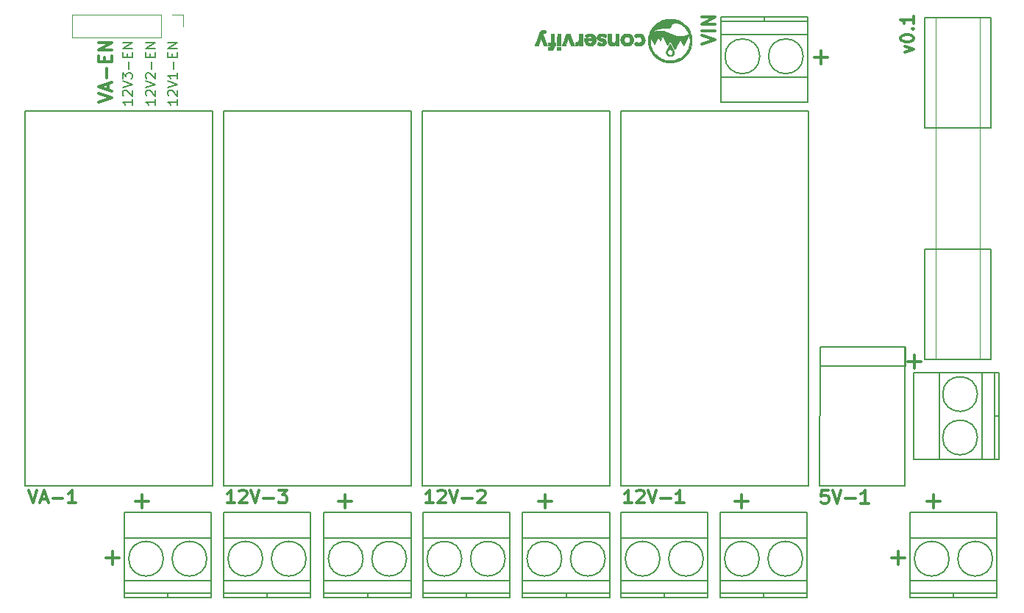
<source format=gbr>
G04 #@! TF.FileFunction,Legend,Top*
%FSLAX46Y46*%
G04 Gerber Fmt 4.6, Leading zero omitted, Abs format (unit mm)*
G04 Created by KiCad (PCBNEW 4.0.6) date 05/04/17 09:27:54*
%MOMM*%
%LPD*%
G01*
G04 APERTURE LIST*
%ADD10C,0.100000*%
%ADD11C,0.200000*%
%ADD12C,0.300000*%
%ADD13C,0.150000*%
%ADD14C,0.120000*%
%ADD15C,0.010000*%
G04 APERTURE END LIST*
D10*
D11*
X100700619Y-60109524D02*
X100700619Y-60738095D01*
X100700619Y-60423809D02*
X99600619Y-60423809D01*
X99757762Y-60528571D01*
X99862524Y-60633333D01*
X99914905Y-60738095D01*
X99705381Y-59690476D02*
X99653000Y-59638095D01*
X99600619Y-59533333D01*
X99600619Y-59271429D01*
X99653000Y-59166667D01*
X99705381Y-59114286D01*
X99810143Y-59061905D01*
X99914905Y-59061905D01*
X100072048Y-59114286D01*
X100700619Y-59742857D01*
X100700619Y-59061905D01*
X99600619Y-58747619D02*
X100700619Y-58380952D01*
X99600619Y-58014286D01*
X100700619Y-57071429D02*
X100700619Y-57700000D01*
X100700619Y-57385714D02*
X99600619Y-57385714D01*
X99757762Y-57490476D01*
X99862524Y-57595238D01*
X99914905Y-57700000D01*
X100281571Y-56600000D02*
X100281571Y-55761905D01*
X100124429Y-55238095D02*
X100124429Y-54871429D01*
X100700619Y-54714286D02*
X100700619Y-55238095D01*
X99600619Y-55238095D01*
X99600619Y-54714286D01*
X100700619Y-54242857D02*
X99600619Y-54242857D01*
X100700619Y-53614286D01*
X99600619Y-53614286D01*
X98160619Y-60109524D02*
X98160619Y-60738095D01*
X98160619Y-60423809D02*
X97060619Y-60423809D01*
X97217762Y-60528571D01*
X97322524Y-60633333D01*
X97374905Y-60738095D01*
X97165381Y-59690476D02*
X97113000Y-59638095D01*
X97060619Y-59533333D01*
X97060619Y-59271429D01*
X97113000Y-59166667D01*
X97165381Y-59114286D01*
X97270143Y-59061905D01*
X97374905Y-59061905D01*
X97532048Y-59114286D01*
X98160619Y-59742857D01*
X98160619Y-59061905D01*
X97060619Y-58747619D02*
X98160619Y-58380952D01*
X97060619Y-58014286D01*
X97165381Y-57700000D02*
X97113000Y-57647619D01*
X97060619Y-57542857D01*
X97060619Y-57280953D01*
X97113000Y-57176191D01*
X97165381Y-57123810D01*
X97270143Y-57071429D01*
X97374905Y-57071429D01*
X97532048Y-57123810D01*
X98160619Y-57752381D01*
X98160619Y-57071429D01*
X97741571Y-56600000D02*
X97741571Y-55761905D01*
X97584429Y-55238095D02*
X97584429Y-54871429D01*
X98160619Y-54714286D02*
X98160619Y-55238095D01*
X97060619Y-55238095D01*
X97060619Y-54714286D01*
X98160619Y-54242857D02*
X97060619Y-54242857D01*
X98160619Y-53614286D01*
X97060619Y-53614286D01*
X95493619Y-60109524D02*
X95493619Y-60738095D01*
X95493619Y-60423809D02*
X94393619Y-60423809D01*
X94550762Y-60528571D01*
X94655524Y-60633333D01*
X94707905Y-60738095D01*
X94498381Y-59690476D02*
X94446000Y-59638095D01*
X94393619Y-59533333D01*
X94393619Y-59271429D01*
X94446000Y-59166667D01*
X94498381Y-59114286D01*
X94603143Y-59061905D01*
X94707905Y-59061905D01*
X94865048Y-59114286D01*
X95493619Y-59742857D01*
X95493619Y-59061905D01*
X94393619Y-58747619D02*
X95493619Y-58380952D01*
X94393619Y-58014286D01*
X94393619Y-57752381D02*
X94393619Y-57071429D01*
X94812667Y-57438095D01*
X94812667Y-57280953D01*
X94865048Y-57176191D01*
X94917429Y-57123810D01*
X95022190Y-57071429D01*
X95284095Y-57071429D01*
X95388857Y-57123810D01*
X95441238Y-57176191D01*
X95493619Y-57280953D01*
X95493619Y-57595238D01*
X95441238Y-57700000D01*
X95388857Y-57752381D01*
X95074571Y-56600000D02*
X95074571Y-55761905D01*
X94917429Y-55238095D02*
X94917429Y-54871429D01*
X95493619Y-54714286D02*
X95493619Y-55238095D01*
X94393619Y-55238095D01*
X94393619Y-54714286D01*
X95493619Y-54242857D02*
X94393619Y-54242857D01*
X95493619Y-53614286D01*
X94393619Y-53614286D01*
D12*
X91634571Y-60431714D02*
X93134571Y-59931714D01*
X91634571Y-59431714D01*
X92706000Y-59003143D02*
X92706000Y-58288857D01*
X93134571Y-59146000D02*
X91634571Y-58646000D01*
X93134571Y-58146000D01*
X92563143Y-57646000D02*
X92563143Y-56503143D01*
X92348857Y-55788857D02*
X92348857Y-55288857D01*
X93134571Y-55074571D02*
X93134571Y-55788857D01*
X91634571Y-55788857D01*
X91634571Y-55074571D01*
X93134571Y-54431714D02*
X91634571Y-54431714D01*
X93134571Y-53574571D01*
X91634571Y-53574571D01*
X93979905Y-112918857D02*
X92456095Y-112918857D01*
X93218000Y-113680762D02*
X93218000Y-112156952D01*
X184403905Y-112918857D02*
X182880095Y-112918857D01*
X183642000Y-113680762D02*
X183642000Y-112156952D01*
X186308905Y-90312857D02*
X184785095Y-90312857D01*
X185547000Y-91074762D02*
X185547000Y-89550952D01*
X166369905Y-106441857D02*
X164846095Y-106441857D01*
X165608000Y-107203762D02*
X165608000Y-105679952D01*
X143763905Y-106441857D02*
X142240095Y-106441857D01*
X143002000Y-107203762D02*
X143002000Y-105679952D01*
X120776905Y-106441857D02*
X119253095Y-106441857D01*
X120015000Y-107203762D02*
X120015000Y-105679952D01*
X188467905Y-106441857D02*
X186944095Y-106441857D01*
X187706000Y-107203762D02*
X187706000Y-105679952D01*
X97408905Y-106441857D02*
X95885095Y-106441857D01*
X96647000Y-107203762D02*
X96647000Y-105679952D01*
X175513905Y-55260857D02*
X173990095Y-55260857D01*
X174752000Y-56022762D02*
X174752000Y-54498952D01*
X184463571Y-54720856D02*
X185463571Y-54363713D01*
X184463571Y-54006571D01*
X183963571Y-53149428D02*
X183963571Y-53006571D01*
X184035000Y-52863714D01*
X184106429Y-52792285D01*
X184249286Y-52720856D01*
X184535000Y-52649428D01*
X184892143Y-52649428D01*
X185177857Y-52720856D01*
X185320714Y-52792285D01*
X185392143Y-52863714D01*
X185463571Y-53006571D01*
X185463571Y-53149428D01*
X185392143Y-53292285D01*
X185320714Y-53363714D01*
X185177857Y-53435142D01*
X184892143Y-53506571D01*
X184535000Y-53506571D01*
X184249286Y-53435142D01*
X184106429Y-53363714D01*
X184035000Y-53292285D01*
X183963571Y-53149428D01*
X185320714Y-52006571D02*
X185392143Y-51935143D01*
X185463571Y-52006571D01*
X185392143Y-52078000D01*
X185320714Y-52006571D01*
X185463571Y-52006571D01*
X185463571Y-50506571D02*
X185463571Y-51363714D01*
X185463571Y-50935142D02*
X183963571Y-50935142D01*
X184177857Y-51077999D01*
X184320714Y-51220857D01*
X184392143Y-51363714D01*
X107275832Y-106614921D02*
X106418689Y-106614921D01*
X106847261Y-106614921D02*
X106847261Y-105114921D01*
X106704404Y-105329207D01*
X106561546Y-105472064D01*
X106418689Y-105543493D01*
X107847260Y-105257779D02*
X107918689Y-105186350D01*
X108061546Y-105114921D01*
X108418689Y-105114921D01*
X108561546Y-105186350D01*
X108632975Y-105257779D01*
X108704403Y-105400636D01*
X108704403Y-105543493D01*
X108632975Y-105757779D01*
X107775832Y-106614921D01*
X108704403Y-106614921D01*
X109132974Y-105114921D02*
X109632974Y-106614921D01*
X110132974Y-105114921D01*
X110632974Y-106043493D02*
X111775831Y-106043493D01*
X112347260Y-105114921D02*
X113275831Y-105114921D01*
X112775831Y-105686350D01*
X112990117Y-105686350D01*
X113132974Y-105757779D01*
X113204403Y-105829207D01*
X113275831Y-105972064D01*
X113275831Y-106329207D01*
X113204403Y-106472064D01*
X113132974Y-106543493D01*
X112990117Y-106614921D01*
X112561545Y-106614921D01*
X112418688Y-106543493D01*
X112347260Y-106472064D01*
X161103571Y-53712857D02*
X162603571Y-53212857D01*
X161103571Y-52712857D01*
X162603571Y-52212857D02*
X161103571Y-52212857D01*
X162603571Y-51498571D02*
X161103571Y-51498571D01*
X162603571Y-50641428D01*
X161103571Y-50641428D01*
X83566546Y-105114921D02*
X84066546Y-106614921D01*
X84566546Y-105114921D01*
X84995117Y-106186350D02*
X85709403Y-106186350D01*
X84852260Y-106614921D02*
X85352260Y-105114921D01*
X85852260Y-106614921D01*
X86352260Y-106043493D02*
X87495117Y-106043493D01*
X88995117Y-106614921D02*
X88137974Y-106614921D01*
X88566546Y-106614921D02*
X88566546Y-105114921D01*
X88423689Y-105329207D01*
X88280831Y-105472064D01*
X88137974Y-105543493D01*
X130135832Y-106614921D02*
X129278689Y-106614921D01*
X129707261Y-106614921D02*
X129707261Y-105114921D01*
X129564404Y-105329207D01*
X129421546Y-105472064D01*
X129278689Y-105543493D01*
X130707260Y-105257779D02*
X130778689Y-105186350D01*
X130921546Y-105114921D01*
X131278689Y-105114921D01*
X131421546Y-105186350D01*
X131492975Y-105257779D01*
X131564403Y-105400636D01*
X131564403Y-105543493D01*
X131492975Y-105757779D01*
X130635832Y-106614921D01*
X131564403Y-106614921D01*
X131992974Y-105114921D02*
X132492974Y-106614921D01*
X132992974Y-105114921D01*
X133492974Y-106043493D02*
X134635831Y-106043493D01*
X135278688Y-105257779D02*
X135350117Y-105186350D01*
X135492974Y-105114921D01*
X135850117Y-105114921D01*
X135992974Y-105186350D01*
X136064403Y-105257779D01*
X136135831Y-105400636D01*
X136135831Y-105543493D01*
X136064403Y-105757779D01*
X135207260Y-106614921D01*
X136135831Y-106614921D01*
X152995832Y-106614921D02*
X152138689Y-106614921D01*
X152567261Y-106614921D02*
X152567261Y-105114921D01*
X152424404Y-105329207D01*
X152281546Y-105472064D01*
X152138689Y-105543493D01*
X153567260Y-105257779D02*
X153638689Y-105186350D01*
X153781546Y-105114921D01*
X154138689Y-105114921D01*
X154281546Y-105186350D01*
X154352975Y-105257779D01*
X154424403Y-105400636D01*
X154424403Y-105543493D01*
X154352975Y-105757779D01*
X153495832Y-106614921D01*
X154424403Y-106614921D01*
X154852974Y-105114921D02*
X155352974Y-106614921D01*
X155852974Y-105114921D01*
X156352974Y-106043493D02*
X157495831Y-106043493D01*
X158995831Y-106614921D02*
X158138688Y-106614921D01*
X158567260Y-106614921D02*
X158567260Y-105114921D01*
X158424403Y-105329207D01*
X158281545Y-105472064D01*
X158138688Y-105543493D01*
X175609690Y-105140321D02*
X174895404Y-105140321D01*
X174823975Y-105854607D01*
X174895404Y-105783179D01*
X175038261Y-105711750D01*
X175395404Y-105711750D01*
X175538261Y-105783179D01*
X175609690Y-105854607D01*
X175681118Y-105997464D01*
X175681118Y-106354607D01*
X175609690Y-106497464D01*
X175538261Y-106568893D01*
X175395404Y-106640321D01*
X175038261Y-106640321D01*
X174895404Y-106568893D01*
X174823975Y-106497464D01*
X176109689Y-105140321D02*
X176609689Y-106640321D01*
X177109689Y-105140321D01*
X177609689Y-106068893D02*
X178752546Y-106068893D01*
X180252546Y-106640321D02*
X179395403Y-106640321D01*
X179823975Y-106640321D02*
X179823975Y-105140321D01*
X179681118Y-105354607D01*
X179538260Y-105497464D01*
X179395403Y-105568893D01*
D13*
X184470260Y-104656550D02*
X184470260Y-88656550D01*
X174650260Y-104656550D02*
X184470260Y-104656550D01*
X174660260Y-88646550D02*
X174650260Y-104656550D01*
X184480260Y-90856550D02*
X174660260Y-90856550D01*
X174660260Y-90856550D02*
X174660260Y-88656550D01*
X174660260Y-88656550D02*
X184480260Y-88656550D01*
X184480260Y-88656550D02*
X184480260Y-90856550D01*
D14*
X98806000Y-50359000D02*
X88586000Y-50359000D01*
X88586000Y-50359000D02*
X88586000Y-53019000D01*
X88586000Y-53019000D02*
X98806000Y-53019000D01*
X98806000Y-53019000D02*
X98806000Y-50359000D01*
X100076000Y-50359000D02*
X101406000Y-50359000D01*
X101406000Y-50359000D02*
X101406000Y-51689000D01*
D13*
X173347260Y-104666350D02*
X151757260Y-104666350D01*
X173347260Y-61486350D02*
X173347260Y-104666350D01*
X151757260Y-61486350D02*
X173347260Y-61486350D01*
X151757260Y-104666350D02*
X151757260Y-61486350D01*
X150487260Y-104666350D02*
X128897260Y-104666350D01*
X150487260Y-61486350D02*
X150487260Y-104666350D01*
X128897260Y-61486350D02*
X150487260Y-61486350D01*
X128897260Y-104666350D02*
X128897260Y-61486350D01*
X127627260Y-104666350D02*
X106037260Y-104666350D01*
X127627260Y-61486350D02*
X127627260Y-104666350D01*
X106037260Y-61486350D02*
X127627260Y-61486350D01*
X106037260Y-104666350D02*
X106037260Y-61486350D01*
X104767260Y-104666350D02*
X83177260Y-104666350D01*
X104767260Y-61486350D02*
X104767260Y-104666350D01*
X83177260Y-61486350D02*
X104767260Y-61486350D01*
X83177260Y-104666350D02*
X83177260Y-61486350D01*
X168235000Y-51145000D02*
X168235000Y-50645000D01*
X167735000Y-55145000D02*
G75*
G03X167735000Y-55145000I-2000000J0D01*
G01*
X172735000Y-55145000D02*
G75*
G03X172735000Y-55145000I-2000000J0D01*
G01*
X173235000Y-52645000D02*
X163235000Y-52645000D01*
X173235000Y-57545000D02*
X163235000Y-57545000D01*
X173235000Y-51145000D02*
X163235000Y-51145000D01*
X173235000Y-50645000D02*
X163235000Y-50645000D01*
X163235000Y-50645000D02*
X163235000Y-60445000D01*
X163235000Y-60445000D02*
X173235000Y-60445000D01*
X173235000Y-60445000D02*
X173235000Y-50645000D01*
X190032000Y-117021350D02*
X190032000Y-117521350D01*
X194532000Y-113021350D02*
G75*
G03X194532000Y-113021350I-2000000J0D01*
G01*
X189532000Y-113021350D02*
G75*
G03X189532000Y-113021350I-2000000J0D01*
G01*
X185032000Y-115521350D02*
X195032000Y-115521350D01*
X185032000Y-110621350D02*
X195032000Y-110621350D01*
X185032000Y-117021350D02*
X195032000Y-117021350D01*
X185032000Y-117521350D02*
X195032000Y-117521350D01*
X195032000Y-117521350D02*
X195032000Y-107721350D01*
X195032000Y-107721350D02*
X185032000Y-107721350D01*
X185032000Y-107721350D02*
X185032000Y-117521350D01*
X156750260Y-117021350D02*
X156750260Y-117521350D01*
X161250260Y-113021350D02*
G75*
G03X161250260Y-113021350I-2000000J0D01*
G01*
X156250260Y-113021350D02*
G75*
G03X156250260Y-113021350I-2000000J0D01*
G01*
X151750260Y-115521350D02*
X161750260Y-115521350D01*
X151750260Y-110621350D02*
X161750260Y-110621350D01*
X151750260Y-117021350D02*
X161750260Y-117021350D01*
X151750260Y-117521350D02*
X161750260Y-117521350D01*
X161750260Y-117521350D02*
X161750260Y-107721350D01*
X161750260Y-107721350D02*
X151750260Y-107721350D01*
X151750260Y-107721350D02*
X151750260Y-117521350D01*
X145447260Y-117021350D02*
X145447260Y-117521350D01*
X149947260Y-113021350D02*
G75*
G03X149947260Y-113021350I-2000000J0D01*
G01*
X144947260Y-113021350D02*
G75*
G03X144947260Y-113021350I-2000000J0D01*
G01*
X140447260Y-115521350D02*
X150447260Y-115521350D01*
X140447260Y-110621350D02*
X150447260Y-110621350D01*
X140447260Y-117021350D02*
X150447260Y-117021350D01*
X140447260Y-117521350D02*
X150447260Y-117521350D01*
X150447260Y-117521350D02*
X150447260Y-107721350D01*
X150447260Y-107721350D02*
X140447260Y-107721350D01*
X140447260Y-107721350D02*
X140447260Y-117521350D01*
X122587260Y-117021350D02*
X122587260Y-117521350D01*
X127087260Y-113021350D02*
G75*
G03X127087260Y-113021350I-2000000J0D01*
G01*
X122087260Y-113021350D02*
G75*
G03X122087260Y-113021350I-2000000J0D01*
G01*
X117587260Y-115521350D02*
X127587260Y-115521350D01*
X117587260Y-110621350D02*
X127587260Y-110621350D01*
X117587260Y-117021350D02*
X127587260Y-117021350D01*
X117587260Y-117521350D02*
X127587260Y-117521350D01*
X127587260Y-117521350D02*
X127587260Y-107721350D01*
X127587260Y-107721350D02*
X117587260Y-107721350D01*
X117587260Y-107721350D02*
X117587260Y-117521350D01*
X99600260Y-117021350D02*
X99600260Y-117521350D01*
X104100260Y-113021350D02*
G75*
G03X104100260Y-113021350I-2000000J0D01*
G01*
X99100260Y-113021350D02*
G75*
G03X99100260Y-113021350I-2000000J0D01*
G01*
X94600260Y-115521350D02*
X104600260Y-115521350D01*
X94600260Y-110621350D02*
X104600260Y-110621350D01*
X94600260Y-117021350D02*
X104600260Y-117021350D01*
X94600260Y-117521350D02*
X104600260Y-117521350D01*
X104600260Y-117521350D02*
X104600260Y-107721350D01*
X104600260Y-107721350D02*
X94600260Y-107721350D01*
X94600260Y-107721350D02*
X94600260Y-117521350D01*
X168180260Y-117021350D02*
X168180260Y-117521350D01*
X172680260Y-113021350D02*
G75*
G03X172680260Y-113021350I-2000000J0D01*
G01*
X167680260Y-113021350D02*
G75*
G03X167680260Y-113021350I-2000000J0D01*
G01*
X163180260Y-115521350D02*
X173180260Y-115521350D01*
X163180260Y-110621350D02*
X173180260Y-110621350D01*
X163180260Y-117021350D02*
X173180260Y-117021350D01*
X163180260Y-117521350D02*
X173180260Y-117521350D01*
X173180260Y-117521350D02*
X173180260Y-107721350D01*
X173180260Y-107721350D02*
X163180260Y-107721350D01*
X163180260Y-107721350D02*
X163180260Y-117521350D01*
X133937260Y-117021350D02*
X133937260Y-117521350D01*
X138437260Y-113021350D02*
G75*
G03X138437260Y-113021350I-2000000J0D01*
G01*
X133437260Y-113021350D02*
G75*
G03X133437260Y-113021350I-2000000J0D01*
G01*
X128937260Y-115521350D02*
X138937260Y-115521350D01*
X128937260Y-110621350D02*
X138937260Y-110621350D01*
X128937260Y-117021350D02*
X138937260Y-117021350D01*
X128937260Y-117521350D02*
X138937260Y-117521350D01*
X138937260Y-117521350D02*
X138937260Y-107721350D01*
X138937260Y-107721350D02*
X128937260Y-107721350D01*
X128937260Y-107721350D02*
X128937260Y-117521350D01*
X111030260Y-117021350D02*
X111030260Y-117521350D01*
X115530260Y-113021350D02*
G75*
G03X115530260Y-113021350I-2000000J0D01*
G01*
X110530260Y-113021350D02*
G75*
G03X110530260Y-113021350I-2000000J0D01*
G01*
X106030260Y-115521350D02*
X116030260Y-115521350D01*
X106030260Y-110621350D02*
X116030260Y-110621350D01*
X106030260Y-117021350D02*
X116030260Y-117021350D01*
X106030260Y-117521350D02*
X116030260Y-117521350D01*
X116030260Y-117521350D02*
X116030260Y-107721350D01*
X116030260Y-107721350D02*
X106030260Y-107721350D01*
X106030260Y-107721350D02*
X106030260Y-117521350D01*
X194790500Y-96560000D02*
X195290500Y-96560000D01*
X192790500Y-94060000D02*
G75*
G03X192790500Y-94060000I-2000000J0D01*
G01*
X192790500Y-99060000D02*
G75*
G03X192790500Y-99060000I-2000000J0D01*
G01*
X193290500Y-101560000D02*
X193290500Y-91560000D01*
X188390500Y-101560000D02*
X188390500Y-91560000D01*
X194790500Y-101560000D02*
X194790500Y-91560000D01*
X195290500Y-101560000D02*
X195290500Y-91560000D01*
X195290500Y-91560000D02*
X185490500Y-91560000D01*
X185490500Y-91560000D02*
X185490500Y-101560000D01*
X185490500Y-101560000D02*
X195290500Y-101560000D01*
D15*
G36*
X157337691Y-55863967D02*
X157281813Y-55863371D01*
X157233701Y-55862153D01*
X157190888Y-55860129D01*
X157150910Y-55857117D01*
X157111299Y-55852933D01*
X157069591Y-55847393D01*
X157023320Y-55840315D01*
X156973729Y-55832140D01*
X156803374Y-55797088D01*
X156636464Y-55750074D01*
X156473588Y-55691512D01*
X156315334Y-55621814D01*
X156162292Y-55541393D01*
X156015051Y-55450663D01*
X155874200Y-55350037D01*
X155740329Y-55239927D01*
X155614027Y-55120747D01*
X155495883Y-54992910D01*
X155386487Y-54856829D01*
X155286427Y-54712916D01*
X155218901Y-54601903D01*
X155135296Y-54443635D01*
X155063873Y-54281851D01*
X155004618Y-54116501D01*
X154957519Y-53947531D01*
X154922564Y-53774890D01*
X154899740Y-53598525D01*
X154889033Y-53418383D01*
X154890082Y-53243512D01*
X154902843Y-53068632D01*
X154927995Y-52895581D01*
X154965285Y-52724998D01*
X155014459Y-52557522D01*
X155075266Y-52393793D01*
X155147451Y-52234449D01*
X155230762Y-52080129D01*
X155324945Y-51931474D01*
X155429747Y-51789122D01*
X155499246Y-51705120D01*
X155536565Y-51663690D01*
X155581116Y-51617060D01*
X155630359Y-51567682D01*
X155681751Y-51518010D01*
X155732753Y-51470496D01*
X155780823Y-51427593D01*
X155823419Y-51391755D01*
X155826258Y-51389471D01*
X155969477Y-51282614D01*
X156118922Y-51186468D01*
X156273903Y-51101411D01*
X156433735Y-51027825D01*
X156584650Y-50970522D01*
X156756736Y-50918235D01*
X156930915Y-50878348D01*
X157106702Y-50850924D01*
X157283611Y-50836029D01*
X157461155Y-50833729D01*
X157572075Y-50838704D01*
X157749113Y-50856888D01*
X157923504Y-50887339D01*
X158094668Y-50929792D01*
X158262022Y-50983983D01*
X158424984Y-51049647D01*
X158582973Y-51126520D01*
X158735406Y-51214338D01*
X158881702Y-51312835D01*
X159021278Y-51421748D01*
X159153553Y-51540813D01*
X159184890Y-51571611D01*
X159305984Y-51701532D01*
X159416786Y-51838535D01*
X159517119Y-51982021D01*
X159606805Y-52131391D01*
X159685666Y-52286047D01*
X159753525Y-52445389D01*
X159795891Y-52567547D01*
X159548160Y-52567547D01*
X159546906Y-52558758D01*
X159541079Y-52540285D01*
X159531412Y-52513985D01*
X159518639Y-52481710D01*
X159503494Y-52445316D01*
X159486711Y-52406657D01*
X159469068Y-52367685D01*
X159451474Y-52331923D01*
X159428551Y-52288661D01*
X159402050Y-52240945D01*
X159373719Y-52191819D01*
X159345309Y-52144329D01*
X159318567Y-52101521D01*
X159299983Y-52073325D01*
X159212766Y-51954249D01*
X159116149Y-51838848D01*
X159011999Y-51728994D01*
X158902185Y-51626565D01*
X158788575Y-51533434D01*
X158695062Y-51466111D01*
X158634351Y-51430982D01*
X158562319Y-51399697D01*
X158479826Y-51372503D01*
X158387732Y-51349648D01*
X158286896Y-51331382D01*
X158184850Y-51318612D01*
X158151605Y-51316464D01*
X158109796Y-51315524D01*
X158063498Y-51315747D01*
X158016787Y-51317085D01*
X157973737Y-51319491D01*
X157952591Y-51321303D01*
X157868957Y-51333282D01*
X157791513Y-51351598D01*
X157721696Y-51375755D01*
X157660944Y-51405255D01*
X157610997Y-51439354D01*
X157578215Y-51469999D01*
X157553722Y-51502499D01*
X157535830Y-51539938D01*
X157522849Y-51585400D01*
X157518289Y-51608559D01*
X157504489Y-51669385D01*
X157486021Y-51719738D01*
X157461926Y-51761292D01*
X157431249Y-51795720D01*
X157395471Y-51823132D01*
X157361864Y-51842425D01*
X157324472Y-51858969D01*
X157282261Y-51872920D01*
X157234200Y-51884433D01*
X157179258Y-51893664D01*
X157116403Y-51900770D01*
X157044603Y-51905905D01*
X156962826Y-51909225D01*
X156870041Y-51910888D01*
X156812594Y-51911152D01*
X156663510Y-51912889D01*
X156526515Y-51917909D01*
X156401648Y-51926211D01*
X156288947Y-51937790D01*
X156188450Y-51952644D01*
X156121100Y-51965934D01*
X155995604Y-51999338D01*
X155875991Y-52042239D01*
X155763118Y-52094165D01*
X155657842Y-52154643D01*
X155561019Y-52223201D01*
X155473505Y-52299365D01*
X155423902Y-52350638D01*
X155400656Y-52376369D01*
X155467191Y-52342978D01*
X155501115Y-52326586D01*
X155538227Y-52309665D01*
X155572986Y-52294700D01*
X155590444Y-52287679D01*
X155636161Y-52271755D01*
X155690795Y-52255508D01*
X155750625Y-52239855D01*
X155811931Y-52225717D01*
X155870990Y-52214011D01*
X155921075Y-52206054D01*
X155965740Y-52201419D01*
X156019820Y-52197959D01*
X156080084Y-52195702D01*
X156143300Y-52194676D01*
X156206235Y-52194906D01*
X156265658Y-52196422D01*
X156318336Y-52199250D01*
X156352875Y-52202408D01*
X156520943Y-52227522D01*
X156691657Y-52264163D01*
X156863378Y-52311904D01*
X157034467Y-52370318D01*
X157112780Y-52400765D01*
X157139152Y-52411487D01*
X157163957Y-52421749D01*
X157188662Y-52432207D01*
X157214735Y-52443519D01*
X157243645Y-52456340D01*
X157276860Y-52471328D01*
X157315848Y-52489138D01*
X157362078Y-52510429D01*
X157417017Y-52535856D01*
X157475238Y-52562873D01*
X157643531Y-52635656D01*
X157810596Y-52697220D01*
X157976056Y-52747540D01*
X158139534Y-52786593D01*
X158300654Y-52814353D01*
X158459038Y-52830794D01*
X158614310Y-52835893D01*
X158766092Y-52829624D01*
X158914008Y-52811963D01*
X159057681Y-52782884D01*
X159196733Y-52742362D01*
X159330788Y-52690373D01*
X159340276Y-52686169D01*
X159371173Y-52671671D01*
X159404668Y-52654794D01*
X159438760Y-52636682D01*
X159471449Y-52618474D01*
X159500735Y-52601313D01*
X159524617Y-52586341D01*
X159541095Y-52574697D01*
X159548160Y-52567547D01*
X159795891Y-52567547D01*
X159810205Y-52608819D01*
X159855527Y-52775737D01*
X159889314Y-52945545D01*
X159911389Y-53117644D01*
X159921573Y-53291436D01*
X159920196Y-53419410D01*
X159689399Y-53419410D01*
X159689365Y-53344318D01*
X159687560Y-53267312D01*
X159684079Y-53191616D01*
X159679014Y-53120458D01*
X159672460Y-53057062D01*
X159668588Y-53028850D01*
X159661614Y-52985926D01*
X159653448Y-52940597D01*
X159644460Y-52894461D01*
X159635021Y-52849117D01*
X159625501Y-52806163D01*
X159616269Y-52767196D01*
X159607695Y-52733816D01*
X159600149Y-52707621D01*
X159594001Y-52690209D01*
X159589621Y-52683178D01*
X159588642Y-52683393D01*
X159585399Y-52689355D01*
X159576773Y-52705900D01*
X159563142Y-52732291D01*
X159544881Y-52767792D01*
X159522368Y-52811668D01*
X159495979Y-52863181D01*
X159466092Y-52921596D01*
X159433083Y-52986176D01*
X159397330Y-53056185D01*
X159359208Y-53130887D01*
X159319096Y-53209546D01*
X159277369Y-53291425D01*
X159275982Y-53294148D01*
X159234195Y-53376098D01*
X159193977Y-53454824D01*
X159155705Y-53529591D01*
X159119760Y-53599666D01*
X159086520Y-53664315D01*
X159056364Y-53722803D01*
X159029671Y-53774397D01*
X159006821Y-53818363D01*
X158988193Y-53853966D01*
X158974165Y-53880473D01*
X158965117Y-53897149D01*
X158961428Y-53903261D01*
X158961401Y-53903274D01*
X158957626Y-53898078D01*
X158948420Y-53882589D01*
X158934293Y-53857737D01*
X158915757Y-53824454D01*
X158893323Y-53783669D01*
X158867502Y-53736315D01*
X158838804Y-53683321D01*
X158807742Y-53625618D01*
X158774826Y-53564137D01*
X158763549Y-53542999D01*
X158730130Y-53480429D01*
X158698414Y-53421287D01*
X158668910Y-53366508D01*
X158642129Y-53317029D01*
X158618581Y-53273785D01*
X158598774Y-53237710D01*
X158583220Y-53209740D01*
X158572428Y-53190811D01*
X158566907Y-53181857D01*
X158566329Y-53181250D01*
X158562869Y-53186769D01*
X158553972Y-53202831D01*
X158540028Y-53228696D01*
X158521426Y-53263620D01*
X158498556Y-53306864D01*
X158471808Y-53357686D01*
X158441571Y-53415344D01*
X158408235Y-53479098D01*
X158372189Y-53548205D01*
X158333823Y-53621924D01*
X158293526Y-53699514D01*
X158258522Y-53767038D01*
X158216883Y-53847394D01*
X158176853Y-53924575D01*
X158138823Y-53997832D01*
X158103182Y-54066417D01*
X158070322Y-54129581D01*
X158040632Y-54186577D01*
X158014501Y-54236656D01*
X157992321Y-54279069D01*
X157974481Y-54313069D01*
X157961371Y-54337907D01*
X157953381Y-54352835D01*
X157950917Y-54357164D01*
X157947388Y-54352327D01*
X157938322Y-54337048D01*
X157924141Y-54312100D01*
X157905269Y-54278257D01*
X157882128Y-54236292D01*
X157855141Y-54186978D01*
X157824731Y-54131087D01*
X157791321Y-54069393D01*
X157755333Y-54002669D01*
X157717191Y-53931688D01*
X157677317Y-53857224D01*
X157670500Y-53844469D01*
X157630364Y-53769406D01*
X157591911Y-53697616D01*
X157555564Y-53629881D01*
X157521746Y-53566981D01*
X157490877Y-53509697D01*
X157463380Y-53458811D01*
X157439678Y-53415102D01*
X157420192Y-53379353D01*
X157405344Y-53352343D01*
X157395557Y-53334855D01*
X157391252Y-53327668D01*
X157391100Y-53327526D01*
X157387641Y-53333009D01*
X157378952Y-53348692D01*
X157365612Y-53373481D01*
X157348199Y-53406280D01*
X157327292Y-53445996D01*
X157303469Y-53491534D01*
X157277308Y-53541800D01*
X157249387Y-53595698D01*
X157248542Y-53597333D01*
X157220552Y-53651329D01*
X157194262Y-53701719D01*
X157170256Y-53747409D01*
X157149117Y-53787304D01*
X157131428Y-53820310D01*
X157117773Y-53845332D01*
X157108734Y-53861276D01*
X157104894Y-53867046D01*
X157104867Y-53867050D01*
X157101306Y-53861579D01*
X157092208Y-53845695D01*
X157078005Y-53820196D01*
X157059130Y-53785878D01*
X157036016Y-53743539D01*
X157009096Y-53693976D01*
X156978803Y-53637984D01*
X156945569Y-53576362D01*
X156909828Y-53509906D01*
X156872012Y-53439413D01*
X156834951Y-53370163D01*
X156795279Y-53295966D01*
X156757095Y-53224584D01*
X156720856Y-53156866D01*
X156687015Y-53093661D01*
X156656027Y-53035817D01*
X156628348Y-52984183D01*
X156604431Y-52939606D01*
X156584732Y-52902935D01*
X156569706Y-52875018D01*
X156559806Y-52856704D01*
X156555687Y-52849188D01*
X156542047Y-52825100D01*
X156411377Y-53077788D01*
X156384278Y-53129968D01*
X156358866Y-53178471D01*
X156335746Y-53222172D01*
X156315525Y-53259944D01*
X156298808Y-53290662D01*
X156286202Y-53313200D01*
X156278314Y-53326431D01*
X156275833Y-53329568D01*
X156271827Y-53323951D01*
X156262572Y-53308367D01*
X156248767Y-53284069D01*
X156231107Y-53252311D01*
X156210291Y-53214347D01*
X156187016Y-53171431D01*
X156162030Y-53124913D01*
X156137080Y-53078528D01*
X156113940Y-53036051D01*
X156093294Y-52998699D01*
X156075830Y-52967689D01*
X156062232Y-52944239D01*
X156053187Y-52929567D01*
X156049380Y-52924889D01*
X156049368Y-52924900D01*
X156045919Y-52931010D01*
X156037108Y-52947522D01*
X156023396Y-52973551D01*
X156005244Y-53008212D01*
X155983112Y-53050622D01*
X155957463Y-53099895D01*
X155928756Y-53155147D01*
X155897454Y-53215494D01*
X155864016Y-53280050D01*
X155828904Y-53347932D01*
X155827779Y-53350106D01*
X155792659Y-53417970D01*
X155759210Y-53482446D01*
X155727889Y-53542661D01*
X155699155Y-53597742D01*
X155673468Y-53646813D01*
X155651286Y-53689000D01*
X155633067Y-53723429D01*
X155619270Y-53749227D01*
X155610353Y-53765518D01*
X155606776Y-53771428D01*
X155606750Y-53771436D01*
X155603135Y-53766053D01*
X155593702Y-53750536D01*
X155578962Y-53725760D01*
X155559429Y-53692602D01*
X155535613Y-53651936D01*
X155508027Y-53604639D01*
X155477182Y-53551586D01*
X155443591Y-53493654D01*
X155407766Y-53431717D01*
X155378491Y-53380999D01*
X155341288Y-53316662D01*
X155305880Y-53255765D01*
X155272779Y-53199169D01*
X155242501Y-53147738D01*
X155215559Y-53102334D01*
X155192466Y-53063819D01*
X155173736Y-53033056D01*
X155159882Y-53010906D01*
X155151418Y-52998233D01*
X155148880Y-52995490D01*
X155144656Y-53005980D01*
X155140430Y-53027501D01*
X155136330Y-53058382D01*
X155132483Y-53096956D01*
X155129018Y-53141552D01*
X155126061Y-53190502D01*
X155123742Y-53242136D01*
X155122188Y-53294786D01*
X155121527Y-53346782D01*
X155121514Y-53352700D01*
X155123170Y-53461915D01*
X155128648Y-53562520D01*
X155138349Y-53658136D01*
X155152680Y-53752385D01*
X155172042Y-53848887D01*
X155181369Y-53889275D01*
X155226007Y-54050744D01*
X155281489Y-54206179D01*
X155348241Y-54356552D01*
X155426689Y-54502835D01*
X155505803Y-54629050D01*
X155551306Y-54695032D01*
X155595492Y-54754730D01*
X155640784Y-54811067D01*
X155689607Y-54866964D01*
X155744386Y-54925344D01*
X155790544Y-54972223D01*
X155874574Y-55053135D01*
X155956034Y-55124953D01*
X156037888Y-55190011D01*
X156123098Y-55250648D01*
X156214629Y-55309199D01*
X156228912Y-55317842D01*
X156376327Y-55399179D01*
X156527965Y-55468810D01*
X156683166Y-55526755D01*
X156841270Y-55573030D01*
X157001615Y-55607654D01*
X157163543Y-55630645D01*
X157326391Y-55642020D01*
X157489499Y-55641798D01*
X157652206Y-55629997D01*
X157813853Y-55606634D01*
X157973778Y-55571728D01*
X158131321Y-55525296D01*
X158285822Y-55467357D01*
X158436619Y-55397929D01*
X158583052Y-55317029D01*
X158686500Y-55250950D01*
X158823234Y-55150789D01*
X158951297Y-55041636D01*
X159070352Y-54924065D01*
X159180063Y-54798650D01*
X159280092Y-54665964D01*
X159370104Y-54526583D01*
X159449760Y-54381080D01*
X159518726Y-54230029D01*
X159576663Y-54074004D01*
X159623235Y-53913579D01*
X159658105Y-53749329D01*
X159680938Y-53581827D01*
X159683780Y-53550945D01*
X159687569Y-53489361D01*
X159689399Y-53419410D01*
X159920196Y-53419410D01*
X159919690Y-53466320D01*
X159905561Y-53641699D01*
X159879009Y-53816973D01*
X159867671Y-53873833D01*
X159825175Y-54044910D01*
X159771260Y-54211102D01*
X159706381Y-54371969D01*
X159630993Y-54527074D01*
X159545551Y-54675979D01*
X159450509Y-54818244D01*
X159346322Y-54953433D01*
X159233445Y-55081106D01*
X159112333Y-55200827D01*
X158983440Y-55312155D01*
X158847222Y-55414654D01*
X158704132Y-55507885D01*
X158554626Y-55591410D01*
X158399158Y-55664790D01*
X158238183Y-55727588D01*
X158072157Y-55779365D01*
X157901533Y-55819683D01*
X157835600Y-55831905D01*
X157783368Y-55840640D01*
X157737611Y-55847661D01*
X157695890Y-55853151D01*
X157655768Y-55857292D01*
X157614809Y-55860265D01*
X157570573Y-55862253D01*
X157520625Y-55863437D01*
X157462527Y-55864000D01*
X157403800Y-55864125D01*
X157337691Y-55863967D01*
X157337691Y-55863967D01*
G37*
X157337691Y-55863967D02*
X157281813Y-55863371D01*
X157233701Y-55862153D01*
X157190888Y-55860129D01*
X157150910Y-55857117D01*
X157111299Y-55852933D01*
X157069591Y-55847393D01*
X157023320Y-55840315D01*
X156973729Y-55832140D01*
X156803374Y-55797088D01*
X156636464Y-55750074D01*
X156473588Y-55691512D01*
X156315334Y-55621814D01*
X156162292Y-55541393D01*
X156015051Y-55450663D01*
X155874200Y-55350037D01*
X155740329Y-55239927D01*
X155614027Y-55120747D01*
X155495883Y-54992910D01*
X155386487Y-54856829D01*
X155286427Y-54712916D01*
X155218901Y-54601903D01*
X155135296Y-54443635D01*
X155063873Y-54281851D01*
X155004618Y-54116501D01*
X154957519Y-53947531D01*
X154922564Y-53774890D01*
X154899740Y-53598525D01*
X154889033Y-53418383D01*
X154890082Y-53243512D01*
X154902843Y-53068632D01*
X154927995Y-52895581D01*
X154965285Y-52724998D01*
X155014459Y-52557522D01*
X155075266Y-52393793D01*
X155147451Y-52234449D01*
X155230762Y-52080129D01*
X155324945Y-51931474D01*
X155429747Y-51789122D01*
X155499246Y-51705120D01*
X155536565Y-51663690D01*
X155581116Y-51617060D01*
X155630359Y-51567682D01*
X155681751Y-51518010D01*
X155732753Y-51470496D01*
X155780823Y-51427593D01*
X155823419Y-51391755D01*
X155826258Y-51389471D01*
X155969477Y-51282614D01*
X156118922Y-51186468D01*
X156273903Y-51101411D01*
X156433735Y-51027825D01*
X156584650Y-50970522D01*
X156756736Y-50918235D01*
X156930915Y-50878348D01*
X157106702Y-50850924D01*
X157283611Y-50836029D01*
X157461155Y-50833729D01*
X157572075Y-50838704D01*
X157749113Y-50856888D01*
X157923504Y-50887339D01*
X158094668Y-50929792D01*
X158262022Y-50983983D01*
X158424984Y-51049647D01*
X158582973Y-51126520D01*
X158735406Y-51214338D01*
X158881702Y-51312835D01*
X159021278Y-51421748D01*
X159153553Y-51540813D01*
X159184890Y-51571611D01*
X159305984Y-51701532D01*
X159416786Y-51838535D01*
X159517119Y-51982021D01*
X159606805Y-52131391D01*
X159685666Y-52286047D01*
X159753525Y-52445389D01*
X159795891Y-52567547D01*
X159548160Y-52567547D01*
X159546906Y-52558758D01*
X159541079Y-52540285D01*
X159531412Y-52513985D01*
X159518639Y-52481710D01*
X159503494Y-52445316D01*
X159486711Y-52406657D01*
X159469068Y-52367685D01*
X159451474Y-52331923D01*
X159428551Y-52288661D01*
X159402050Y-52240945D01*
X159373719Y-52191819D01*
X159345309Y-52144329D01*
X159318567Y-52101521D01*
X159299983Y-52073325D01*
X159212766Y-51954249D01*
X159116149Y-51838848D01*
X159011999Y-51728994D01*
X158902185Y-51626565D01*
X158788575Y-51533434D01*
X158695062Y-51466111D01*
X158634351Y-51430982D01*
X158562319Y-51399697D01*
X158479826Y-51372503D01*
X158387732Y-51349648D01*
X158286896Y-51331382D01*
X158184850Y-51318612D01*
X158151605Y-51316464D01*
X158109796Y-51315524D01*
X158063498Y-51315747D01*
X158016787Y-51317085D01*
X157973737Y-51319491D01*
X157952591Y-51321303D01*
X157868957Y-51333282D01*
X157791513Y-51351598D01*
X157721696Y-51375755D01*
X157660944Y-51405255D01*
X157610997Y-51439354D01*
X157578215Y-51469999D01*
X157553722Y-51502499D01*
X157535830Y-51539938D01*
X157522849Y-51585400D01*
X157518289Y-51608559D01*
X157504489Y-51669385D01*
X157486021Y-51719738D01*
X157461926Y-51761292D01*
X157431249Y-51795720D01*
X157395471Y-51823132D01*
X157361864Y-51842425D01*
X157324472Y-51858969D01*
X157282261Y-51872920D01*
X157234200Y-51884433D01*
X157179258Y-51893664D01*
X157116403Y-51900770D01*
X157044603Y-51905905D01*
X156962826Y-51909225D01*
X156870041Y-51910888D01*
X156812594Y-51911152D01*
X156663510Y-51912889D01*
X156526515Y-51917909D01*
X156401648Y-51926211D01*
X156288947Y-51937790D01*
X156188450Y-51952644D01*
X156121100Y-51965934D01*
X155995604Y-51999338D01*
X155875991Y-52042239D01*
X155763118Y-52094165D01*
X155657842Y-52154643D01*
X155561019Y-52223201D01*
X155473505Y-52299365D01*
X155423902Y-52350638D01*
X155400656Y-52376369D01*
X155467191Y-52342978D01*
X155501115Y-52326586D01*
X155538227Y-52309665D01*
X155572986Y-52294700D01*
X155590444Y-52287679D01*
X155636161Y-52271755D01*
X155690795Y-52255508D01*
X155750625Y-52239855D01*
X155811931Y-52225717D01*
X155870990Y-52214011D01*
X155921075Y-52206054D01*
X155965740Y-52201419D01*
X156019820Y-52197959D01*
X156080084Y-52195702D01*
X156143300Y-52194676D01*
X156206235Y-52194906D01*
X156265658Y-52196422D01*
X156318336Y-52199250D01*
X156352875Y-52202408D01*
X156520943Y-52227522D01*
X156691657Y-52264163D01*
X156863378Y-52311904D01*
X157034467Y-52370318D01*
X157112780Y-52400765D01*
X157139152Y-52411487D01*
X157163957Y-52421749D01*
X157188662Y-52432207D01*
X157214735Y-52443519D01*
X157243645Y-52456340D01*
X157276860Y-52471328D01*
X157315848Y-52489138D01*
X157362078Y-52510429D01*
X157417017Y-52535856D01*
X157475238Y-52562873D01*
X157643531Y-52635656D01*
X157810596Y-52697220D01*
X157976056Y-52747540D01*
X158139534Y-52786593D01*
X158300654Y-52814353D01*
X158459038Y-52830794D01*
X158614310Y-52835893D01*
X158766092Y-52829624D01*
X158914008Y-52811963D01*
X159057681Y-52782884D01*
X159196733Y-52742362D01*
X159330788Y-52690373D01*
X159340276Y-52686169D01*
X159371173Y-52671671D01*
X159404668Y-52654794D01*
X159438760Y-52636682D01*
X159471449Y-52618474D01*
X159500735Y-52601313D01*
X159524617Y-52586341D01*
X159541095Y-52574697D01*
X159548160Y-52567547D01*
X159795891Y-52567547D01*
X159810205Y-52608819D01*
X159855527Y-52775737D01*
X159889314Y-52945545D01*
X159911389Y-53117644D01*
X159921573Y-53291436D01*
X159920196Y-53419410D01*
X159689399Y-53419410D01*
X159689365Y-53344318D01*
X159687560Y-53267312D01*
X159684079Y-53191616D01*
X159679014Y-53120458D01*
X159672460Y-53057062D01*
X159668588Y-53028850D01*
X159661614Y-52985926D01*
X159653448Y-52940597D01*
X159644460Y-52894461D01*
X159635021Y-52849117D01*
X159625501Y-52806163D01*
X159616269Y-52767196D01*
X159607695Y-52733816D01*
X159600149Y-52707621D01*
X159594001Y-52690209D01*
X159589621Y-52683178D01*
X159588642Y-52683393D01*
X159585399Y-52689355D01*
X159576773Y-52705900D01*
X159563142Y-52732291D01*
X159544881Y-52767792D01*
X159522368Y-52811668D01*
X159495979Y-52863181D01*
X159466092Y-52921596D01*
X159433083Y-52986176D01*
X159397330Y-53056185D01*
X159359208Y-53130887D01*
X159319096Y-53209546D01*
X159277369Y-53291425D01*
X159275982Y-53294148D01*
X159234195Y-53376098D01*
X159193977Y-53454824D01*
X159155705Y-53529591D01*
X159119760Y-53599666D01*
X159086520Y-53664315D01*
X159056364Y-53722803D01*
X159029671Y-53774397D01*
X159006821Y-53818363D01*
X158988193Y-53853966D01*
X158974165Y-53880473D01*
X158965117Y-53897149D01*
X158961428Y-53903261D01*
X158961401Y-53903274D01*
X158957626Y-53898078D01*
X158948420Y-53882589D01*
X158934293Y-53857737D01*
X158915757Y-53824454D01*
X158893323Y-53783669D01*
X158867502Y-53736315D01*
X158838804Y-53683321D01*
X158807742Y-53625618D01*
X158774826Y-53564137D01*
X158763549Y-53542999D01*
X158730130Y-53480429D01*
X158698414Y-53421287D01*
X158668910Y-53366508D01*
X158642129Y-53317029D01*
X158618581Y-53273785D01*
X158598774Y-53237710D01*
X158583220Y-53209740D01*
X158572428Y-53190811D01*
X158566907Y-53181857D01*
X158566329Y-53181250D01*
X158562869Y-53186769D01*
X158553972Y-53202831D01*
X158540028Y-53228696D01*
X158521426Y-53263620D01*
X158498556Y-53306864D01*
X158471808Y-53357686D01*
X158441571Y-53415344D01*
X158408235Y-53479098D01*
X158372189Y-53548205D01*
X158333823Y-53621924D01*
X158293526Y-53699514D01*
X158258522Y-53767038D01*
X158216883Y-53847394D01*
X158176853Y-53924575D01*
X158138823Y-53997832D01*
X158103182Y-54066417D01*
X158070322Y-54129581D01*
X158040632Y-54186577D01*
X158014501Y-54236656D01*
X157992321Y-54279069D01*
X157974481Y-54313069D01*
X157961371Y-54337907D01*
X157953381Y-54352835D01*
X157950917Y-54357164D01*
X157947388Y-54352327D01*
X157938322Y-54337048D01*
X157924141Y-54312100D01*
X157905269Y-54278257D01*
X157882128Y-54236292D01*
X157855141Y-54186978D01*
X157824731Y-54131087D01*
X157791321Y-54069393D01*
X157755333Y-54002669D01*
X157717191Y-53931688D01*
X157677317Y-53857224D01*
X157670500Y-53844469D01*
X157630364Y-53769406D01*
X157591911Y-53697616D01*
X157555564Y-53629881D01*
X157521746Y-53566981D01*
X157490877Y-53509697D01*
X157463380Y-53458811D01*
X157439678Y-53415102D01*
X157420192Y-53379353D01*
X157405344Y-53352343D01*
X157395557Y-53334855D01*
X157391252Y-53327668D01*
X157391100Y-53327526D01*
X157387641Y-53333009D01*
X157378952Y-53348692D01*
X157365612Y-53373481D01*
X157348199Y-53406280D01*
X157327292Y-53445996D01*
X157303469Y-53491534D01*
X157277308Y-53541800D01*
X157249387Y-53595698D01*
X157248542Y-53597333D01*
X157220552Y-53651329D01*
X157194262Y-53701719D01*
X157170256Y-53747409D01*
X157149117Y-53787304D01*
X157131428Y-53820310D01*
X157117773Y-53845332D01*
X157108734Y-53861276D01*
X157104894Y-53867046D01*
X157104867Y-53867050D01*
X157101306Y-53861579D01*
X157092208Y-53845695D01*
X157078005Y-53820196D01*
X157059130Y-53785878D01*
X157036016Y-53743539D01*
X157009096Y-53693976D01*
X156978803Y-53637984D01*
X156945569Y-53576362D01*
X156909828Y-53509906D01*
X156872012Y-53439413D01*
X156834951Y-53370163D01*
X156795279Y-53295966D01*
X156757095Y-53224584D01*
X156720856Y-53156866D01*
X156687015Y-53093661D01*
X156656027Y-53035817D01*
X156628348Y-52984183D01*
X156604431Y-52939606D01*
X156584732Y-52902935D01*
X156569706Y-52875018D01*
X156559806Y-52856704D01*
X156555687Y-52849188D01*
X156542047Y-52825100D01*
X156411377Y-53077788D01*
X156384278Y-53129968D01*
X156358866Y-53178471D01*
X156335746Y-53222172D01*
X156315525Y-53259944D01*
X156298808Y-53290662D01*
X156286202Y-53313200D01*
X156278314Y-53326431D01*
X156275833Y-53329568D01*
X156271827Y-53323951D01*
X156262572Y-53308367D01*
X156248767Y-53284069D01*
X156231107Y-53252311D01*
X156210291Y-53214347D01*
X156187016Y-53171431D01*
X156162030Y-53124913D01*
X156137080Y-53078528D01*
X156113940Y-53036051D01*
X156093294Y-52998699D01*
X156075830Y-52967689D01*
X156062232Y-52944239D01*
X156053187Y-52929567D01*
X156049380Y-52924889D01*
X156049368Y-52924900D01*
X156045919Y-52931010D01*
X156037108Y-52947522D01*
X156023396Y-52973551D01*
X156005244Y-53008212D01*
X155983112Y-53050622D01*
X155957463Y-53099895D01*
X155928756Y-53155147D01*
X155897454Y-53215494D01*
X155864016Y-53280050D01*
X155828904Y-53347932D01*
X155827779Y-53350106D01*
X155792659Y-53417970D01*
X155759210Y-53482446D01*
X155727889Y-53542661D01*
X155699155Y-53597742D01*
X155673468Y-53646813D01*
X155651286Y-53689000D01*
X155633067Y-53723429D01*
X155619270Y-53749227D01*
X155610353Y-53765518D01*
X155606776Y-53771428D01*
X155606750Y-53771436D01*
X155603135Y-53766053D01*
X155593702Y-53750536D01*
X155578962Y-53725760D01*
X155559429Y-53692602D01*
X155535613Y-53651936D01*
X155508027Y-53604639D01*
X155477182Y-53551586D01*
X155443591Y-53493654D01*
X155407766Y-53431717D01*
X155378491Y-53380999D01*
X155341288Y-53316662D01*
X155305880Y-53255765D01*
X155272779Y-53199169D01*
X155242501Y-53147738D01*
X155215559Y-53102334D01*
X155192466Y-53063819D01*
X155173736Y-53033056D01*
X155159882Y-53010906D01*
X155151418Y-52998233D01*
X155148880Y-52995490D01*
X155144656Y-53005980D01*
X155140430Y-53027501D01*
X155136330Y-53058382D01*
X155132483Y-53096956D01*
X155129018Y-53141552D01*
X155126061Y-53190502D01*
X155123742Y-53242136D01*
X155122188Y-53294786D01*
X155121527Y-53346782D01*
X155121514Y-53352700D01*
X155123170Y-53461915D01*
X155128648Y-53562520D01*
X155138349Y-53658136D01*
X155152680Y-53752385D01*
X155172042Y-53848887D01*
X155181369Y-53889275D01*
X155226007Y-54050744D01*
X155281489Y-54206179D01*
X155348241Y-54356552D01*
X155426689Y-54502835D01*
X155505803Y-54629050D01*
X155551306Y-54695032D01*
X155595492Y-54754730D01*
X155640784Y-54811067D01*
X155689607Y-54866964D01*
X155744386Y-54925344D01*
X155790544Y-54972223D01*
X155874574Y-55053135D01*
X155956034Y-55124953D01*
X156037888Y-55190011D01*
X156123098Y-55250648D01*
X156214629Y-55309199D01*
X156228912Y-55317842D01*
X156376327Y-55399179D01*
X156527965Y-55468810D01*
X156683166Y-55526755D01*
X156841270Y-55573030D01*
X157001615Y-55607654D01*
X157163543Y-55630645D01*
X157326391Y-55642020D01*
X157489499Y-55641798D01*
X157652206Y-55629997D01*
X157813853Y-55606634D01*
X157973778Y-55571728D01*
X158131321Y-55525296D01*
X158285822Y-55467357D01*
X158436619Y-55397929D01*
X158583052Y-55317029D01*
X158686500Y-55250950D01*
X158823234Y-55150789D01*
X158951297Y-55041636D01*
X159070352Y-54924065D01*
X159180063Y-54798650D01*
X159280092Y-54665964D01*
X159370104Y-54526583D01*
X159449760Y-54381080D01*
X159518726Y-54230029D01*
X159576663Y-54074004D01*
X159623235Y-53913579D01*
X159658105Y-53749329D01*
X159680938Y-53581827D01*
X159683780Y-53550945D01*
X159687569Y-53489361D01*
X159689399Y-53419410D01*
X159920196Y-53419410D01*
X159919690Y-53466320D01*
X159905561Y-53641699D01*
X159879009Y-53816973D01*
X159867671Y-53873833D01*
X159825175Y-54044910D01*
X159771260Y-54211102D01*
X159706381Y-54371969D01*
X159630993Y-54527074D01*
X159545551Y-54675979D01*
X159450509Y-54818244D01*
X159346322Y-54953433D01*
X159233445Y-55081106D01*
X159112333Y-55200827D01*
X158983440Y-55312155D01*
X158847222Y-55414654D01*
X158704132Y-55507885D01*
X158554626Y-55591410D01*
X158399158Y-55664790D01*
X158238183Y-55727588D01*
X158072157Y-55779365D01*
X157901533Y-55819683D01*
X157835600Y-55831905D01*
X157783368Y-55840640D01*
X157737611Y-55847661D01*
X157695890Y-55853151D01*
X157655768Y-55857292D01*
X157614809Y-55860265D01*
X157570573Y-55862253D01*
X157520625Y-55863437D01*
X157462527Y-55864000D01*
X157403800Y-55864125D01*
X157337691Y-55863967D01*
G36*
X141989007Y-53917776D02*
X141943752Y-53917565D01*
X141904312Y-53917235D01*
X141872183Y-53916804D01*
X141848861Y-53916292D01*
X141835843Y-53915716D01*
X141833600Y-53915347D01*
X141835817Y-53908117D01*
X141842248Y-53889895D01*
X141852564Y-53861544D01*
X141866437Y-53823932D01*
X141883537Y-53777924D01*
X141903537Y-53724387D01*
X141926106Y-53664187D01*
X141950917Y-53598189D01*
X141977641Y-53527259D01*
X142005949Y-53452264D01*
X142035511Y-53374070D01*
X142066000Y-53293542D01*
X142097086Y-53211547D01*
X142128441Y-53128951D01*
X142159736Y-53046620D01*
X142190642Y-52965419D01*
X142220830Y-52886215D01*
X142249972Y-52809874D01*
X142277738Y-52737262D01*
X142303801Y-52669245D01*
X142327830Y-52606689D01*
X142349498Y-52550460D01*
X142368476Y-52501424D01*
X142384434Y-52460446D01*
X142397045Y-52428394D01*
X142405978Y-52406133D01*
X142410906Y-52394529D01*
X142411235Y-52393850D01*
X142451192Y-52323608D01*
X142494691Y-52265327D01*
X142542105Y-52218675D01*
X142593805Y-52183315D01*
X142650163Y-52158913D01*
X142681325Y-52150467D01*
X142727154Y-52142918D01*
X142779754Y-52138365D01*
X142833494Y-52137072D01*
X142882743Y-52139305D01*
X142893918Y-52140472D01*
X142960163Y-52152140D01*
X143026406Y-52171861D01*
X143046450Y-52179295D01*
X143073249Y-52190271D01*
X143099841Y-52202248D01*
X143123676Y-52213941D01*
X143142203Y-52224068D01*
X143152872Y-52231348D01*
X143154467Y-52233604D01*
X143151892Y-52241508D01*
X143144697Y-52258591D01*
X143133798Y-52282944D01*
X143120109Y-52312659D01*
X143104543Y-52345828D01*
X143088014Y-52380542D01*
X143071437Y-52414892D01*
X143055725Y-52446969D01*
X143041793Y-52474865D01*
X143030554Y-52496671D01*
X143022924Y-52510478D01*
X143019949Y-52514500D01*
X143011524Y-52511821D01*
X142995856Y-52504926D01*
X142982846Y-52498573D01*
X142931280Y-52477414D01*
X142881054Y-52466430D01*
X142834111Y-52465928D01*
X142808325Y-52470788D01*
X142787640Y-52480463D01*
X142765934Y-52496718D01*
X142746936Y-52516091D01*
X142734371Y-52535119D01*
X142732024Y-52541678D01*
X142733756Y-52550225D01*
X142740246Y-52570546D01*
X142751493Y-52602640D01*
X142767495Y-52646505D01*
X142788253Y-52702141D01*
X142813766Y-52769545D01*
X142844034Y-52848716D01*
X142879055Y-52939655D01*
X142918831Y-53042358D01*
X142963359Y-53156825D01*
X142992300Y-53231004D01*
X143026817Y-53319436D01*
X143060014Y-53404589D01*
X143091603Y-53485713D01*
X143121293Y-53562059D01*
X143148793Y-53632877D01*
X143173815Y-53697417D01*
X143196066Y-53754930D01*
X143215259Y-53804666D01*
X143231101Y-53845877D01*
X143243303Y-53877812D01*
X143251575Y-53899721D01*
X143255627Y-53910856D01*
X143256000Y-53912128D01*
X143249820Y-53913681D01*
X143231948Y-53914928D01*
X143203392Y-53915851D01*
X143165158Y-53916427D01*
X143118251Y-53916637D01*
X143063677Y-53916460D01*
X143048565Y-53916350D01*
X142841130Y-53914675D01*
X142536794Y-53001655D01*
X142432991Y-53324815D01*
X142411514Y-53391712D01*
X142389803Y-53459397D01*
X142368440Y-53526052D01*
X142348007Y-53589863D01*
X142329084Y-53649014D01*
X142312253Y-53701688D01*
X142298094Y-53746071D01*
X142287190Y-53780345D01*
X142286374Y-53782913D01*
X142243561Y-53917850D01*
X142038581Y-53917850D01*
X141989007Y-53917776D01*
X141989007Y-53917776D01*
G37*
X141989007Y-53917776D02*
X141943752Y-53917565D01*
X141904312Y-53917235D01*
X141872183Y-53916804D01*
X141848861Y-53916292D01*
X141835843Y-53915716D01*
X141833600Y-53915347D01*
X141835817Y-53908117D01*
X141842248Y-53889895D01*
X141852564Y-53861544D01*
X141866437Y-53823932D01*
X141883537Y-53777924D01*
X141903537Y-53724387D01*
X141926106Y-53664187D01*
X141950917Y-53598189D01*
X141977641Y-53527259D01*
X142005949Y-53452264D01*
X142035511Y-53374070D01*
X142066000Y-53293542D01*
X142097086Y-53211547D01*
X142128441Y-53128951D01*
X142159736Y-53046620D01*
X142190642Y-52965419D01*
X142220830Y-52886215D01*
X142249972Y-52809874D01*
X142277738Y-52737262D01*
X142303801Y-52669245D01*
X142327830Y-52606689D01*
X142349498Y-52550460D01*
X142368476Y-52501424D01*
X142384434Y-52460446D01*
X142397045Y-52428394D01*
X142405978Y-52406133D01*
X142410906Y-52394529D01*
X142411235Y-52393850D01*
X142451192Y-52323608D01*
X142494691Y-52265327D01*
X142542105Y-52218675D01*
X142593805Y-52183315D01*
X142650163Y-52158913D01*
X142681325Y-52150467D01*
X142727154Y-52142918D01*
X142779754Y-52138365D01*
X142833494Y-52137072D01*
X142882743Y-52139305D01*
X142893918Y-52140472D01*
X142960163Y-52152140D01*
X143026406Y-52171861D01*
X143046450Y-52179295D01*
X143073249Y-52190271D01*
X143099841Y-52202248D01*
X143123676Y-52213941D01*
X143142203Y-52224068D01*
X143152872Y-52231348D01*
X143154467Y-52233604D01*
X143151892Y-52241508D01*
X143144697Y-52258591D01*
X143133798Y-52282944D01*
X143120109Y-52312659D01*
X143104543Y-52345828D01*
X143088014Y-52380542D01*
X143071437Y-52414892D01*
X143055725Y-52446969D01*
X143041793Y-52474865D01*
X143030554Y-52496671D01*
X143022924Y-52510478D01*
X143019949Y-52514500D01*
X143011524Y-52511821D01*
X142995856Y-52504926D01*
X142982846Y-52498573D01*
X142931280Y-52477414D01*
X142881054Y-52466430D01*
X142834111Y-52465928D01*
X142808325Y-52470788D01*
X142787640Y-52480463D01*
X142765934Y-52496718D01*
X142746936Y-52516091D01*
X142734371Y-52535119D01*
X142732024Y-52541678D01*
X142733756Y-52550225D01*
X142740246Y-52570546D01*
X142751493Y-52602640D01*
X142767495Y-52646505D01*
X142788253Y-52702141D01*
X142813766Y-52769545D01*
X142844034Y-52848716D01*
X142879055Y-52939655D01*
X142918831Y-53042358D01*
X142963359Y-53156825D01*
X142992300Y-53231004D01*
X143026817Y-53319436D01*
X143060014Y-53404589D01*
X143091603Y-53485713D01*
X143121293Y-53562059D01*
X143148793Y-53632877D01*
X143173815Y-53697417D01*
X143196066Y-53754930D01*
X143215259Y-53804666D01*
X143231101Y-53845877D01*
X143243303Y-53877812D01*
X143251575Y-53899721D01*
X143255627Y-53910856D01*
X143256000Y-53912128D01*
X143249820Y-53913681D01*
X143231948Y-53914928D01*
X143203392Y-53915851D01*
X143165158Y-53916427D01*
X143118251Y-53916637D01*
X143063677Y-53916460D01*
X143048565Y-53916350D01*
X142841130Y-53914675D01*
X142536794Y-53001655D01*
X142432991Y-53324815D01*
X142411514Y-53391712D01*
X142389803Y-53459397D01*
X142368440Y-53526052D01*
X142348007Y-53589863D01*
X142329084Y-53649014D01*
X142312253Y-53701688D01*
X142298094Y-53746071D01*
X142287190Y-53780345D01*
X142286374Y-53782913D01*
X142243561Y-53917850D01*
X142038581Y-53917850D01*
X141989007Y-53917776D01*
G36*
X153691690Y-53939534D02*
X153604588Y-53926857D01*
X153524845Y-53905353D01*
X153451139Y-53874519D01*
X153382145Y-53833852D01*
X153316541Y-53782850D01*
X153283638Y-53752381D01*
X153243350Y-53713029D01*
X153280828Y-53674152D01*
X153297479Y-53656727D01*
X153320568Y-53632353D01*
X153347883Y-53603377D01*
X153377210Y-53572145D01*
X153402685Y-53544916D01*
X153487063Y-53454556D01*
X153530573Y-53493993D01*
X153579458Y-53534558D01*
X153625955Y-53564704D01*
X153672704Y-53585673D01*
X153722344Y-53598708D01*
X153764570Y-53604152D01*
X153828874Y-53603609D01*
X153888792Y-53591151D01*
X153944206Y-53566821D01*
X153995000Y-53530666D01*
X154021056Y-53505618D01*
X154062369Y-53453654D01*
X154092706Y-53396642D01*
X154112384Y-53333730D01*
X154121718Y-53264069D01*
X154122630Y-53232050D01*
X154117095Y-53160226D01*
X154100707Y-53093455D01*
X154073833Y-53032680D01*
X154036838Y-52978845D01*
X154015406Y-52955561D01*
X153969697Y-52917086D01*
X153920533Y-52889402D01*
X153866178Y-52871842D01*
X153804896Y-52863739D01*
X153774570Y-52863000D01*
X153713746Y-52868169D01*
X153655720Y-52883581D01*
X153598854Y-52909884D01*
X153541510Y-52947730D01*
X153521482Y-52963449D01*
X153502107Y-52979089D01*
X153485698Y-52992062D01*
X153475484Y-52999820D01*
X153474834Y-53000275D01*
X153470079Y-53000432D01*
X153461797Y-52995842D01*
X153449081Y-52985691D01*
X153431025Y-52969164D01*
X153406724Y-52945447D01*
X153375272Y-52913726D01*
X153351665Y-52889561D01*
X153237753Y-52772496D01*
X153274489Y-52735181D01*
X153326939Y-52686979D01*
X153384920Y-52642576D01*
X153445402Y-52603952D01*
X153505351Y-52573086D01*
X153549011Y-52555928D01*
X153602524Y-52541659D01*
X153664448Y-52530935D01*
X153730925Y-52524019D01*
X153798098Y-52521173D01*
X153862108Y-52522661D01*
X153919099Y-52528746D01*
X153927175Y-52530139D01*
X154018219Y-52552760D01*
X154104745Y-52586088D01*
X154185491Y-52629368D01*
X154259197Y-52681844D01*
X154324603Y-52742759D01*
X154368241Y-52794575D01*
X154418989Y-52871981D01*
X154458654Y-52953921D01*
X154487358Y-53039256D01*
X154505225Y-53126847D01*
X154512380Y-53215554D01*
X154508945Y-53304236D01*
X154495044Y-53391755D01*
X154470802Y-53476970D01*
X154436341Y-53558743D01*
X154391786Y-53635932D01*
X154337260Y-53707399D01*
X154272888Y-53772003D01*
X154261039Y-53782167D01*
X154187247Y-53836479D01*
X154108720Y-53879500D01*
X154024903Y-53911419D01*
X153935241Y-53932427D01*
X153839181Y-53942711D01*
X153787475Y-53943888D01*
X153691690Y-53939534D01*
X153691690Y-53939534D01*
G37*
X153691690Y-53939534D02*
X153604588Y-53926857D01*
X153524845Y-53905353D01*
X153451139Y-53874519D01*
X153382145Y-53833852D01*
X153316541Y-53782850D01*
X153283638Y-53752381D01*
X153243350Y-53713029D01*
X153280828Y-53674152D01*
X153297479Y-53656727D01*
X153320568Y-53632353D01*
X153347883Y-53603377D01*
X153377210Y-53572145D01*
X153402685Y-53544916D01*
X153487063Y-53454556D01*
X153530573Y-53493993D01*
X153579458Y-53534558D01*
X153625955Y-53564704D01*
X153672704Y-53585673D01*
X153722344Y-53598708D01*
X153764570Y-53604152D01*
X153828874Y-53603609D01*
X153888792Y-53591151D01*
X153944206Y-53566821D01*
X153995000Y-53530666D01*
X154021056Y-53505618D01*
X154062369Y-53453654D01*
X154092706Y-53396642D01*
X154112384Y-53333730D01*
X154121718Y-53264069D01*
X154122630Y-53232050D01*
X154117095Y-53160226D01*
X154100707Y-53093455D01*
X154073833Y-53032680D01*
X154036838Y-52978845D01*
X154015406Y-52955561D01*
X153969697Y-52917086D01*
X153920533Y-52889402D01*
X153866178Y-52871842D01*
X153804896Y-52863739D01*
X153774570Y-52863000D01*
X153713746Y-52868169D01*
X153655720Y-52883581D01*
X153598854Y-52909884D01*
X153541510Y-52947730D01*
X153521482Y-52963449D01*
X153502107Y-52979089D01*
X153485698Y-52992062D01*
X153475484Y-52999820D01*
X153474834Y-53000275D01*
X153470079Y-53000432D01*
X153461797Y-52995842D01*
X153449081Y-52985691D01*
X153431025Y-52969164D01*
X153406724Y-52945447D01*
X153375272Y-52913726D01*
X153351665Y-52889561D01*
X153237753Y-52772496D01*
X153274489Y-52735181D01*
X153326939Y-52686979D01*
X153384920Y-52642576D01*
X153445402Y-52603952D01*
X153505351Y-52573086D01*
X153549011Y-52555928D01*
X153602524Y-52541659D01*
X153664448Y-52530935D01*
X153730925Y-52524019D01*
X153798098Y-52521173D01*
X153862108Y-52522661D01*
X153919099Y-52528746D01*
X153927175Y-52530139D01*
X154018219Y-52552760D01*
X154104745Y-52586088D01*
X154185491Y-52629368D01*
X154259197Y-52681844D01*
X154324603Y-52742759D01*
X154368241Y-52794575D01*
X154418989Y-52871981D01*
X154458654Y-52953921D01*
X154487358Y-53039256D01*
X154505225Y-53126847D01*
X154512380Y-53215554D01*
X154508945Y-53304236D01*
X154495044Y-53391755D01*
X154470802Y-53476970D01*
X154436341Y-53558743D01*
X154391786Y-53635932D01*
X154337260Y-53707399D01*
X154272888Y-53772003D01*
X154261039Y-53782167D01*
X154187247Y-53836479D01*
X154108720Y-53879500D01*
X154024903Y-53911419D01*
X153935241Y-53932427D01*
X153839181Y-53942711D01*
X153787475Y-53943888D01*
X153691690Y-53939534D01*
G36*
X152384523Y-53942650D02*
X152334810Y-53938675D01*
X152300358Y-53933677D01*
X152204818Y-53909903D01*
X152115543Y-53875848D01*
X152033191Y-53832063D01*
X151958419Y-53779101D01*
X151891888Y-53717514D01*
X151834254Y-53647854D01*
X151786177Y-53570674D01*
X151748314Y-53486526D01*
X151740308Y-53463825D01*
X151717921Y-53378083D01*
X151706374Y-53289194D01*
X151705526Y-53199197D01*
X151715237Y-53110132D01*
X151735367Y-53024037D01*
X151765777Y-52942951D01*
X151777781Y-52918150D01*
X151827260Y-52835118D01*
X151885749Y-52760948D01*
X151952914Y-52695904D01*
X152028420Y-52640249D01*
X152111931Y-52594247D01*
X152203111Y-52558162D01*
X152255008Y-52542998D01*
X152283609Y-52536107D01*
X152309886Y-52531160D01*
X152337303Y-52527765D01*
X152369321Y-52525529D01*
X152409403Y-52524059D01*
X152425400Y-52523666D01*
X152483389Y-52523201D01*
X152530600Y-52524744D01*
X152568811Y-52528372D01*
X152581886Y-52530409D01*
X152677229Y-52553154D01*
X152766357Y-52586350D01*
X152848648Y-52629348D01*
X152923482Y-52681496D01*
X152990239Y-52742142D01*
X153048296Y-52810637D01*
X153097035Y-52886329D01*
X153135834Y-52968566D01*
X153164073Y-53056700D01*
X153181130Y-53150077D01*
X153182234Y-53160028D01*
X153184654Y-53226336D01*
X152795770Y-53226336D01*
X152788883Y-53160570D01*
X152771928Y-53097577D01*
X152745123Y-53039167D01*
X152708687Y-52987155D01*
X152700206Y-52977618D01*
X152662014Y-52940332D01*
X152623817Y-52912011D01*
X152581386Y-52889647D01*
X152569367Y-52884530D01*
X152523355Y-52870903D01*
X152470782Y-52863817D01*
X152416000Y-52863323D01*
X152363364Y-52869470D01*
X152318994Y-52881630D01*
X152259408Y-52910445D01*
X152208396Y-52948131D01*
X152166607Y-52994115D01*
X152137122Y-53042725D01*
X152116428Y-53090813D01*
X152103325Y-53136600D01*
X152096663Y-53185183D01*
X152095200Y-53228875D01*
X152100299Y-53301050D01*
X152115753Y-53366159D01*
X152141799Y-53424811D01*
X152178674Y-53477614D01*
X152201481Y-53502246D01*
X152253147Y-53544955D01*
X152309866Y-53576431D01*
X152370453Y-53596507D01*
X152433726Y-53605014D01*
X152498501Y-53601783D01*
X152563595Y-53586647D01*
X152622556Y-53562158D01*
X152649702Y-53544348D01*
X152679365Y-53518343D01*
X152708517Y-53487375D01*
X152734129Y-53454673D01*
X152753172Y-53423469D01*
X152753831Y-53422140D01*
X152778463Y-53358934D01*
X152792369Y-53293061D01*
X152795770Y-53226336D01*
X153184654Y-53226336D01*
X153185535Y-53250457D01*
X153177073Y-53341180D01*
X153157331Y-53430253D01*
X153126791Y-53515730D01*
X153085936Y-53595668D01*
X153066555Y-53626039D01*
X153040038Y-53661142D01*
X153006434Y-53699773D01*
X152969179Y-53738351D01*
X152931709Y-53773292D01*
X152901975Y-53797668D01*
X152838311Y-53839516D01*
X152765993Y-53876430D01*
X152688608Y-53906864D01*
X152609743Y-53929272D01*
X152584424Y-53934562D01*
X152542670Y-53940208D01*
X152492642Y-53943429D01*
X152438530Y-53944239D01*
X152384523Y-53942650D01*
X152384523Y-53942650D01*
G37*
X152384523Y-53942650D02*
X152334810Y-53938675D01*
X152300358Y-53933677D01*
X152204818Y-53909903D01*
X152115543Y-53875848D01*
X152033191Y-53832063D01*
X151958419Y-53779101D01*
X151891888Y-53717514D01*
X151834254Y-53647854D01*
X151786177Y-53570674D01*
X151748314Y-53486526D01*
X151740308Y-53463825D01*
X151717921Y-53378083D01*
X151706374Y-53289194D01*
X151705526Y-53199197D01*
X151715237Y-53110132D01*
X151735367Y-53024037D01*
X151765777Y-52942951D01*
X151777781Y-52918150D01*
X151827260Y-52835118D01*
X151885749Y-52760948D01*
X151952914Y-52695904D01*
X152028420Y-52640249D01*
X152111931Y-52594247D01*
X152203111Y-52558162D01*
X152255008Y-52542998D01*
X152283609Y-52536107D01*
X152309886Y-52531160D01*
X152337303Y-52527765D01*
X152369321Y-52525529D01*
X152409403Y-52524059D01*
X152425400Y-52523666D01*
X152483389Y-52523201D01*
X152530600Y-52524744D01*
X152568811Y-52528372D01*
X152581886Y-52530409D01*
X152677229Y-52553154D01*
X152766357Y-52586350D01*
X152848648Y-52629348D01*
X152923482Y-52681496D01*
X152990239Y-52742142D01*
X153048296Y-52810637D01*
X153097035Y-52886329D01*
X153135834Y-52968566D01*
X153164073Y-53056700D01*
X153181130Y-53150077D01*
X153182234Y-53160028D01*
X153184654Y-53226336D01*
X152795770Y-53226336D01*
X152788883Y-53160570D01*
X152771928Y-53097577D01*
X152745123Y-53039167D01*
X152708687Y-52987155D01*
X152700206Y-52977618D01*
X152662014Y-52940332D01*
X152623817Y-52912011D01*
X152581386Y-52889647D01*
X152569367Y-52884530D01*
X152523355Y-52870903D01*
X152470782Y-52863817D01*
X152416000Y-52863323D01*
X152363364Y-52869470D01*
X152318994Y-52881630D01*
X152259408Y-52910445D01*
X152208396Y-52948131D01*
X152166607Y-52994115D01*
X152137122Y-53042725D01*
X152116428Y-53090813D01*
X152103325Y-53136600D01*
X152096663Y-53185183D01*
X152095200Y-53228875D01*
X152100299Y-53301050D01*
X152115753Y-53366159D01*
X152141799Y-53424811D01*
X152178674Y-53477614D01*
X152201481Y-53502246D01*
X152253147Y-53544955D01*
X152309866Y-53576431D01*
X152370453Y-53596507D01*
X152433726Y-53605014D01*
X152498501Y-53601783D01*
X152563595Y-53586647D01*
X152622556Y-53562158D01*
X152649702Y-53544348D01*
X152679365Y-53518343D01*
X152708517Y-53487375D01*
X152734129Y-53454673D01*
X152753172Y-53423469D01*
X152753831Y-53422140D01*
X152778463Y-53358934D01*
X152792369Y-53293061D01*
X152795770Y-53226336D01*
X153184654Y-53226336D01*
X153185535Y-53250457D01*
X153177073Y-53341180D01*
X153157331Y-53430253D01*
X153126791Y-53515730D01*
X153085936Y-53595668D01*
X153066555Y-53626039D01*
X153040038Y-53661142D01*
X153006434Y-53699773D01*
X152969179Y-53738351D01*
X152931709Y-53773292D01*
X152901975Y-53797668D01*
X152838311Y-53839516D01*
X152765993Y-53876430D01*
X152688608Y-53906864D01*
X152609743Y-53929272D01*
X152584424Y-53934562D01*
X152542670Y-53940208D01*
X152492642Y-53943429D01*
X152438530Y-53944239D01*
X152384523Y-53942650D01*
G36*
X148139899Y-53941248D02*
X148088504Y-53937521D01*
X148042786Y-53931784D01*
X148008975Y-53924858D01*
X147925680Y-53896474D01*
X147849213Y-53857575D01*
X147779938Y-53808572D01*
X147718214Y-53749878D01*
X147664404Y-53681908D01*
X147618869Y-53605074D01*
X147581969Y-53519789D01*
X147554068Y-53426466D01*
X147547591Y-53397376D01*
X147543622Y-53373062D01*
X147539943Y-53341251D01*
X147536673Y-53304363D01*
X147533934Y-53264821D01*
X147531846Y-53225047D01*
X147530531Y-53187462D01*
X147530108Y-53154489D01*
X147530700Y-53128549D01*
X147532426Y-53112065D01*
X147533217Y-53109235D01*
X147534733Y-53107249D01*
X147538214Y-53105527D01*
X147544509Y-53104052D01*
X147554463Y-53102804D01*
X147568925Y-53101765D01*
X147588741Y-53100915D01*
X147614758Y-53100236D01*
X147647825Y-53099710D01*
X147688786Y-53099317D01*
X147738491Y-53099039D01*
X147797786Y-53098858D01*
X147867518Y-53098753D01*
X147948534Y-53098708D01*
X148009655Y-53098700D01*
X148085855Y-53098680D01*
X148158246Y-53098620D01*
X148225843Y-53098523D01*
X148287658Y-53098394D01*
X148342708Y-53098236D01*
X148390007Y-53098052D01*
X148428569Y-53097844D01*
X148457408Y-53097617D01*
X148475540Y-53097374D01*
X148481979Y-53097119D01*
X148481982Y-53097113D01*
X148479124Y-53084223D01*
X148472202Y-53063674D01*
X148462678Y-53039240D01*
X148452016Y-53014698D01*
X148442616Y-52995558D01*
X148409358Y-52946031D01*
X148367498Y-52905543D01*
X148317646Y-52874393D01*
X148260414Y-52852877D01*
X148196411Y-52841293D01*
X148126247Y-52839939D01*
X148123544Y-52840088D01*
X148054229Y-52849515D01*
X147988508Y-52869873D01*
X147924999Y-52901731D01*
X147862318Y-52945657D01*
X147857435Y-52949599D01*
X147821640Y-52978757D01*
X147710972Y-52881566D01*
X147679494Y-52853657D01*
X147651459Y-52828294D01*
X147628214Y-52806736D01*
X147611104Y-52790245D01*
X147601477Y-52780079D01*
X147599852Y-52777587D01*
X147604147Y-52769772D01*
X147616305Y-52755616D01*
X147634428Y-52736903D01*
X147656620Y-52715417D01*
X147680982Y-52692943D01*
X147705618Y-52671265D01*
X147728629Y-52652167D01*
X147748119Y-52637433D01*
X147751046Y-52635423D01*
X147827436Y-52591537D01*
X147911027Y-52557649D01*
X148000668Y-52534189D01*
X148040725Y-52527422D01*
X148078151Y-52523819D01*
X148123796Y-52522035D01*
X148173320Y-52522013D01*
X148222381Y-52523696D01*
X148266638Y-52527028D01*
X148295125Y-52530750D01*
X148388175Y-52552188D01*
X148474290Y-52584164D01*
X148553991Y-52626936D01*
X148627799Y-52680762D01*
X148664054Y-52713236D01*
X148726254Y-52781355D01*
X148777932Y-52856512D01*
X148818925Y-52938399D01*
X148849072Y-53026709D01*
X148863665Y-53092350D01*
X148868390Y-53130265D01*
X148871140Y-53176620D01*
X148871951Y-53227472D01*
X148870857Y-53278877D01*
X148867894Y-53326894D01*
X148865600Y-53346350D01*
X148487212Y-53346350D01*
X148202056Y-53346350D01*
X148134359Y-53346375D01*
X148078276Y-53346477D01*
X148032720Y-53346700D01*
X147996608Y-53347084D01*
X147968851Y-53347673D01*
X147948365Y-53348509D01*
X147934064Y-53349634D01*
X147924862Y-53351091D01*
X147919672Y-53352922D01*
X147917409Y-53355168D01*
X147916976Y-53357463D01*
X147919506Y-53375986D01*
X147926074Y-53401874D01*
X147935421Y-53430949D01*
X147946289Y-53459033D01*
X147950298Y-53468025D01*
X147980205Y-53520195D01*
X148016610Y-53561710D01*
X148060191Y-53593204D01*
X148106361Y-53613589D01*
X148128616Y-53620193D01*
X148149816Y-53623974D01*
X148174331Y-53625397D01*
X148206533Y-53624924D01*
X148211503Y-53624748D01*
X148243087Y-53623156D01*
X148266196Y-53620534D01*
X148285058Y-53615975D01*
X148303896Y-53608572D01*
X148317886Y-53601927D01*
X148364263Y-53572132D01*
X148404835Y-53531701D01*
X148438925Y-53481615D01*
X148465857Y-53422858D01*
X148484034Y-53360638D01*
X148487212Y-53346350D01*
X148865600Y-53346350D01*
X148863096Y-53367578D01*
X148861121Y-53378698D01*
X148836661Y-53472753D01*
X148802163Y-53560137D01*
X148758204Y-53640248D01*
X148705360Y-53712484D01*
X148644205Y-53776242D01*
X148575316Y-53830920D01*
X148499267Y-53875917D01*
X148416634Y-53910631D01*
X148330250Y-53934007D01*
X148292144Y-53939344D01*
X148245318Y-53942262D01*
X148193370Y-53942863D01*
X148139899Y-53941248D01*
X148139899Y-53941248D01*
G37*
X148139899Y-53941248D02*
X148088504Y-53937521D01*
X148042786Y-53931784D01*
X148008975Y-53924858D01*
X147925680Y-53896474D01*
X147849213Y-53857575D01*
X147779938Y-53808572D01*
X147718214Y-53749878D01*
X147664404Y-53681908D01*
X147618869Y-53605074D01*
X147581969Y-53519789D01*
X147554068Y-53426466D01*
X147547591Y-53397376D01*
X147543622Y-53373062D01*
X147539943Y-53341251D01*
X147536673Y-53304363D01*
X147533934Y-53264821D01*
X147531846Y-53225047D01*
X147530531Y-53187462D01*
X147530108Y-53154489D01*
X147530700Y-53128549D01*
X147532426Y-53112065D01*
X147533217Y-53109235D01*
X147534733Y-53107249D01*
X147538214Y-53105527D01*
X147544509Y-53104052D01*
X147554463Y-53102804D01*
X147568925Y-53101765D01*
X147588741Y-53100915D01*
X147614758Y-53100236D01*
X147647825Y-53099710D01*
X147688786Y-53099317D01*
X147738491Y-53099039D01*
X147797786Y-53098858D01*
X147867518Y-53098753D01*
X147948534Y-53098708D01*
X148009655Y-53098700D01*
X148085855Y-53098680D01*
X148158246Y-53098620D01*
X148225843Y-53098523D01*
X148287658Y-53098394D01*
X148342708Y-53098236D01*
X148390007Y-53098052D01*
X148428569Y-53097844D01*
X148457408Y-53097617D01*
X148475540Y-53097374D01*
X148481979Y-53097119D01*
X148481982Y-53097113D01*
X148479124Y-53084223D01*
X148472202Y-53063674D01*
X148462678Y-53039240D01*
X148452016Y-53014698D01*
X148442616Y-52995558D01*
X148409358Y-52946031D01*
X148367498Y-52905543D01*
X148317646Y-52874393D01*
X148260414Y-52852877D01*
X148196411Y-52841293D01*
X148126247Y-52839939D01*
X148123544Y-52840088D01*
X148054229Y-52849515D01*
X147988508Y-52869873D01*
X147924999Y-52901731D01*
X147862318Y-52945657D01*
X147857435Y-52949599D01*
X147821640Y-52978757D01*
X147710972Y-52881566D01*
X147679494Y-52853657D01*
X147651459Y-52828294D01*
X147628214Y-52806736D01*
X147611104Y-52790245D01*
X147601477Y-52780079D01*
X147599852Y-52777587D01*
X147604147Y-52769772D01*
X147616305Y-52755616D01*
X147634428Y-52736903D01*
X147656620Y-52715417D01*
X147680982Y-52692943D01*
X147705618Y-52671265D01*
X147728629Y-52652167D01*
X147748119Y-52637433D01*
X147751046Y-52635423D01*
X147827436Y-52591537D01*
X147911027Y-52557649D01*
X148000668Y-52534189D01*
X148040725Y-52527422D01*
X148078151Y-52523819D01*
X148123796Y-52522035D01*
X148173320Y-52522013D01*
X148222381Y-52523696D01*
X148266638Y-52527028D01*
X148295125Y-52530750D01*
X148388175Y-52552188D01*
X148474290Y-52584164D01*
X148553991Y-52626936D01*
X148627799Y-52680762D01*
X148664054Y-52713236D01*
X148726254Y-52781355D01*
X148777932Y-52856512D01*
X148818925Y-52938399D01*
X148849072Y-53026709D01*
X148863665Y-53092350D01*
X148868390Y-53130265D01*
X148871140Y-53176620D01*
X148871951Y-53227472D01*
X148870857Y-53278877D01*
X148867894Y-53326894D01*
X148865600Y-53346350D01*
X148487212Y-53346350D01*
X148202056Y-53346350D01*
X148134359Y-53346375D01*
X148078276Y-53346477D01*
X148032720Y-53346700D01*
X147996608Y-53347084D01*
X147968851Y-53347673D01*
X147948365Y-53348509D01*
X147934064Y-53349634D01*
X147924862Y-53351091D01*
X147919672Y-53352922D01*
X147917409Y-53355168D01*
X147916976Y-53357463D01*
X147919506Y-53375986D01*
X147926074Y-53401874D01*
X147935421Y-53430949D01*
X147946289Y-53459033D01*
X147950298Y-53468025D01*
X147980205Y-53520195D01*
X148016610Y-53561710D01*
X148060191Y-53593204D01*
X148106361Y-53613589D01*
X148128616Y-53620193D01*
X148149816Y-53623974D01*
X148174331Y-53625397D01*
X148206533Y-53624924D01*
X148211503Y-53624748D01*
X148243087Y-53623156D01*
X148266196Y-53620534D01*
X148285058Y-53615975D01*
X148303896Y-53608572D01*
X148317886Y-53601927D01*
X148364263Y-53572132D01*
X148404835Y-53531701D01*
X148438925Y-53481615D01*
X148465857Y-53422858D01*
X148484034Y-53360638D01*
X148487212Y-53346350D01*
X148865600Y-53346350D01*
X148863096Y-53367578D01*
X148861121Y-53378698D01*
X148836661Y-53472753D01*
X148802163Y-53560137D01*
X148758204Y-53640248D01*
X148705360Y-53712484D01*
X148644205Y-53776242D01*
X148575316Y-53830920D01*
X148499267Y-53875917D01*
X148416634Y-53910631D01*
X148330250Y-53934007D01*
X148292144Y-53939344D01*
X148245318Y-53942262D01*
X148193370Y-53942863D01*
X148139899Y-53941248D01*
G36*
X149487533Y-53939408D02*
X149399592Y-53929797D01*
X149308741Y-53910562D01*
X149215758Y-53881518D01*
X149212300Y-53880257D01*
X149185575Y-53869566D01*
X149155079Y-53855935D01*
X149123187Y-53840599D01*
X149092277Y-53824791D01*
X149064721Y-53809743D01*
X149042896Y-53796689D01*
X149029177Y-53786863D01*
X149026131Y-53783596D01*
X149026695Y-53775729D01*
X149033035Y-53758955D01*
X149045370Y-53732812D01*
X149063919Y-53696841D01*
X149088900Y-53650580D01*
X149092122Y-53644713D01*
X149112446Y-53607803D01*
X149130706Y-53574734D01*
X149146024Y-53547088D01*
X149157520Y-53526452D01*
X149164315Y-53514409D01*
X149165772Y-53511963D01*
X149171911Y-53513633D01*
X149187445Y-53519994D01*
X149210357Y-53530162D01*
X149238632Y-53543255D01*
X149255180Y-53551116D01*
X149290549Y-53567544D01*
X149326610Y-53583410D01*
X149359670Y-53597142D01*
X149386035Y-53607173D01*
X149391386Y-53608997D01*
X149448320Y-53624633D01*
X149501251Y-53633213D01*
X149549126Y-53634969D01*
X149590892Y-53630135D01*
X149625493Y-53618944D01*
X149651878Y-53601630D01*
X149668991Y-53578425D01*
X149675779Y-53549564D01*
X149675850Y-53546006D01*
X149672188Y-53520533D01*
X149660031Y-53499974D01*
X149640241Y-53482567D01*
X149608619Y-53463400D01*
X149565003Y-53442397D01*
X149509227Y-53419479D01*
X149441129Y-53394571D01*
X149421850Y-53387919D01*
X149345190Y-53360548D01*
X149279826Y-53334531D01*
X149224507Y-53309280D01*
X149177979Y-53284207D01*
X149138989Y-53258723D01*
X149126332Y-53249159D01*
X149077516Y-53205039D01*
X149040239Y-53157936D01*
X149013782Y-53106339D01*
X148997430Y-53048738D01*
X148990462Y-52983622D01*
X148990095Y-52962429D01*
X148995568Y-52885611D01*
X149011735Y-52815534D01*
X149038392Y-52752422D01*
X149075329Y-52696502D01*
X149122340Y-52648001D01*
X149179219Y-52607143D01*
X149245757Y-52574156D01*
X149321748Y-52549266D01*
X149379820Y-52536889D01*
X149409329Y-52533214D01*
X149447495Y-52530453D01*
X149490438Y-52528692D01*
X149534274Y-52528015D01*
X149575121Y-52528508D01*
X149609098Y-52530256D01*
X149621875Y-52531573D01*
X149697229Y-52544903D01*
X149776107Y-52565225D01*
X149853117Y-52590952D01*
X149921012Y-52619609D01*
X149945572Y-52632170D01*
X149974059Y-52648062D01*
X150004176Y-52665844D01*
X150033624Y-52684074D01*
X150060104Y-52701311D01*
X150081318Y-52716113D01*
X150094967Y-52727038D01*
X150098423Y-52730883D01*
X150096017Y-52737343D01*
X150087747Y-52752576D01*
X150074762Y-52774763D01*
X150058212Y-52802088D01*
X150039246Y-52832733D01*
X150019012Y-52864883D01*
X149998659Y-52896719D01*
X149979338Y-52926426D01*
X149962196Y-52952186D01*
X149948382Y-52972183D01*
X149939046Y-52984599D01*
X149936016Y-52987689D01*
X149929026Y-52985701D01*
X149913700Y-52978027D01*
X149892346Y-52965909D01*
X149868906Y-52951615D01*
X149793916Y-52909208D01*
X149717046Y-52874609D01*
X149642148Y-52849553D01*
X149641974Y-52849506D01*
X149613966Y-52842847D01*
X149586155Y-52838553D01*
X149554471Y-52836194D01*
X149514842Y-52835340D01*
X149507575Y-52835315D01*
X149472654Y-52835471D01*
X149447610Y-52836323D01*
X149429622Y-52838241D01*
X149415872Y-52841595D01*
X149403540Y-52846755D01*
X149397789Y-52849719D01*
X149369471Y-52870975D01*
X149351885Y-52898323D01*
X149345678Y-52930748D01*
X149345674Y-52931526D01*
X149349067Y-52954308D01*
X149359951Y-52974698D01*
X149379322Y-52993426D01*
X149408176Y-53011218D01*
X149447506Y-53028801D01*
X149498308Y-53046904D01*
X149507575Y-53049899D01*
X149568484Y-53069395D01*
X149618654Y-53085548D01*
X149659461Y-53098831D01*
X149692279Y-53109716D01*
X149718482Y-53118674D01*
X149739447Y-53126179D01*
X149756548Y-53132701D01*
X149771160Y-53138714D01*
X149784658Y-53144689D01*
X149787750Y-53146108D01*
X149856878Y-53183896D01*
X149915330Y-53228548D01*
X149943786Y-53256978D01*
X149979006Y-53301805D01*
X150004506Y-53348668D01*
X150021123Y-53399940D01*
X150029695Y-53457993D01*
X150031357Y-53504847D01*
X150028286Y-53567485D01*
X150018819Y-53622044D01*
X150002288Y-53671781D01*
X149992908Y-53692362D01*
X149956265Y-53752989D01*
X149910486Y-53805491D01*
X149856349Y-53849682D01*
X149794632Y-53885374D01*
X149726114Y-53912380D01*
X149651573Y-53930513D01*
X149571786Y-53939585D01*
X149487533Y-53939408D01*
X149487533Y-53939408D01*
G37*
X149487533Y-53939408D02*
X149399592Y-53929797D01*
X149308741Y-53910562D01*
X149215758Y-53881518D01*
X149212300Y-53880257D01*
X149185575Y-53869566D01*
X149155079Y-53855935D01*
X149123187Y-53840599D01*
X149092277Y-53824791D01*
X149064721Y-53809743D01*
X149042896Y-53796689D01*
X149029177Y-53786863D01*
X149026131Y-53783596D01*
X149026695Y-53775729D01*
X149033035Y-53758955D01*
X149045370Y-53732812D01*
X149063919Y-53696841D01*
X149088900Y-53650580D01*
X149092122Y-53644713D01*
X149112446Y-53607803D01*
X149130706Y-53574734D01*
X149146024Y-53547088D01*
X149157520Y-53526452D01*
X149164315Y-53514409D01*
X149165772Y-53511963D01*
X149171911Y-53513633D01*
X149187445Y-53519994D01*
X149210357Y-53530162D01*
X149238632Y-53543255D01*
X149255180Y-53551116D01*
X149290549Y-53567544D01*
X149326610Y-53583410D01*
X149359670Y-53597142D01*
X149386035Y-53607173D01*
X149391386Y-53608997D01*
X149448320Y-53624633D01*
X149501251Y-53633213D01*
X149549126Y-53634969D01*
X149590892Y-53630135D01*
X149625493Y-53618944D01*
X149651878Y-53601630D01*
X149668991Y-53578425D01*
X149675779Y-53549564D01*
X149675850Y-53546006D01*
X149672188Y-53520533D01*
X149660031Y-53499974D01*
X149640241Y-53482567D01*
X149608619Y-53463400D01*
X149565003Y-53442397D01*
X149509227Y-53419479D01*
X149441129Y-53394571D01*
X149421850Y-53387919D01*
X149345190Y-53360548D01*
X149279826Y-53334531D01*
X149224507Y-53309280D01*
X149177979Y-53284207D01*
X149138989Y-53258723D01*
X149126332Y-53249159D01*
X149077516Y-53205039D01*
X149040239Y-53157936D01*
X149013782Y-53106339D01*
X148997430Y-53048738D01*
X148990462Y-52983622D01*
X148990095Y-52962429D01*
X148995568Y-52885611D01*
X149011735Y-52815534D01*
X149038392Y-52752422D01*
X149075329Y-52696502D01*
X149122340Y-52648001D01*
X149179219Y-52607143D01*
X149245757Y-52574156D01*
X149321748Y-52549266D01*
X149379820Y-52536889D01*
X149409329Y-52533214D01*
X149447495Y-52530453D01*
X149490438Y-52528692D01*
X149534274Y-52528015D01*
X149575121Y-52528508D01*
X149609098Y-52530256D01*
X149621875Y-52531573D01*
X149697229Y-52544903D01*
X149776107Y-52565225D01*
X149853117Y-52590952D01*
X149921012Y-52619609D01*
X149945572Y-52632170D01*
X149974059Y-52648062D01*
X150004176Y-52665844D01*
X150033624Y-52684074D01*
X150060104Y-52701311D01*
X150081318Y-52716113D01*
X150094967Y-52727038D01*
X150098423Y-52730883D01*
X150096017Y-52737343D01*
X150087747Y-52752576D01*
X150074762Y-52774763D01*
X150058212Y-52802088D01*
X150039246Y-52832733D01*
X150019012Y-52864883D01*
X149998659Y-52896719D01*
X149979338Y-52926426D01*
X149962196Y-52952186D01*
X149948382Y-52972183D01*
X149939046Y-52984599D01*
X149936016Y-52987689D01*
X149929026Y-52985701D01*
X149913700Y-52978027D01*
X149892346Y-52965909D01*
X149868906Y-52951615D01*
X149793916Y-52909208D01*
X149717046Y-52874609D01*
X149642148Y-52849553D01*
X149641974Y-52849506D01*
X149613966Y-52842847D01*
X149586155Y-52838553D01*
X149554471Y-52836194D01*
X149514842Y-52835340D01*
X149507575Y-52835315D01*
X149472654Y-52835471D01*
X149447610Y-52836323D01*
X149429622Y-52838241D01*
X149415872Y-52841595D01*
X149403540Y-52846755D01*
X149397789Y-52849719D01*
X149369471Y-52870975D01*
X149351885Y-52898323D01*
X149345678Y-52930748D01*
X149345674Y-52931526D01*
X149349067Y-52954308D01*
X149359951Y-52974698D01*
X149379322Y-52993426D01*
X149408176Y-53011218D01*
X149447506Y-53028801D01*
X149498308Y-53046904D01*
X149507575Y-53049899D01*
X149568484Y-53069395D01*
X149618654Y-53085548D01*
X149659461Y-53098831D01*
X149692279Y-53109716D01*
X149718482Y-53118674D01*
X149739447Y-53126179D01*
X149756548Y-53132701D01*
X149771160Y-53138714D01*
X149784658Y-53144689D01*
X149787750Y-53146108D01*
X149856878Y-53183896D01*
X149915330Y-53228548D01*
X149943786Y-53256978D01*
X149979006Y-53301805D01*
X150004506Y-53348668D01*
X150021123Y-53399940D01*
X150029695Y-53457993D01*
X150031357Y-53504847D01*
X150028286Y-53567485D01*
X150018819Y-53622044D01*
X150002288Y-53671781D01*
X149992908Y-53692362D01*
X149956265Y-53752989D01*
X149910486Y-53805491D01*
X149856349Y-53849682D01*
X149794632Y-53885374D01*
X149726114Y-53912380D01*
X149651573Y-53930513D01*
X149571786Y-53939585D01*
X149487533Y-53939408D01*
G36*
X144978532Y-53881338D02*
X144982691Y-53870585D01*
X144991156Y-53848816D01*
X145003610Y-53816843D01*
X145019737Y-53775478D01*
X145039218Y-53725534D01*
X145061738Y-53667822D01*
X145086979Y-53603155D01*
X145114624Y-53532346D01*
X145144356Y-53456206D01*
X145175858Y-53375548D01*
X145208813Y-53291184D01*
X145242904Y-53203927D01*
X145246803Y-53193950D01*
X145501124Y-52543075D01*
X145680474Y-52541389D01*
X145733037Y-52540942D01*
X145774303Y-52540754D01*
X145805672Y-52540898D01*
X145828545Y-52541446D01*
X145844325Y-52542471D01*
X145854411Y-52544046D01*
X145860204Y-52546243D01*
X145863107Y-52549136D01*
X145863930Y-52550914D01*
X145866739Y-52558199D01*
X145873872Y-52576553D01*
X145885033Y-52605219D01*
X145899925Y-52643436D01*
X145918253Y-52690444D01*
X145939720Y-52745485D01*
X145964029Y-52807798D01*
X145990885Y-52876624D01*
X146019991Y-52951205D01*
X146051051Y-53030779D01*
X146083769Y-53114587D01*
X146117848Y-53201871D01*
X146130468Y-53234192D01*
X146164898Y-53322414D01*
X146198009Y-53407356D01*
X146229509Y-53488265D01*
X146259109Y-53564391D01*
X146286518Y-53634981D01*
X146311443Y-53699285D01*
X146333596Y-53756552D01*
X146352684Y-53806030D01*
X146368417Y-53846967D01*
X146380505Y-53878613D01*
X146388655Y-53900216D01*
X146392579Y-53911025D01*
X146392900Y-53912141D01*
X146386723Y-53913684D01*
X146368871Y-53914926D01*
X146340370Y-53915846D01*
X146302243Y-53916422D01*
X146255514Y-53916635D01*
X146201205Y-53916464D01*
X146185465Y-53916350D01*
X145978030Y-53914675D01*
X145829035Y-53467685D01*
X145801890Y-53386549D01*
X145776766Y-53312053D01*
X145753886Y-53244836D01*
X145733476Y-53185539D01*
X145715759Y-53134800D01*
X145700960Y-53093259D01*
X145689303Y-53061555D01*
X145681012Y-53040328D01*
X145676312Y-53030216D01*
X145675374Y-53029535D01*
X145672634Y-53036867D01*
X145666186Y-53055271D01*
X145656361Y-53083780D01*
X145643486Y-53121424D01*
X145627892Y-53167235D01*
X145609907Y-53220245D01*
X145589861Y-53279484D01*
X145568083Y-53343984D01*
X145544902Y-53412777D01*
X145522925Y-53478113D01*
X145375142Y-53917850D01*
X144964583Y-53917850D01*
X144978532Y-53881338D01*
X144978532Y-53881338D01*
G37*
X144978532Y-53881338D02*
X144982691Y-53870585D01*
X144991156Y-53848816D01*
X145003610Y-53816843D01*
X145019737Y-53775478D01*
X145039218Y-53725534D01*
X145061738Y-53667822D01*
X145086979Y-53603155D01*
X145114624Y-53532346D01*
X145144356Y-53456206D01*
X145175858Y-53375548D01*
X145208813Y-53291184D01*
X145242904Y-53203927D01*
X145246803Y-53193950D01*
X145501124Y-52543075D01*
X145680474Y-52541389D01*
X145733037Y-52540942D01*
X145774303Y-52540754D01*
X145805672Y-52540898D01*
X145828545Y-52541446D01*
X145844325Y-52542471D01*
X145854411Y-52544046D01*
X145860204Y-52546243D01*
X145863107Y-52549136D01*
X145863930Y-52550914D01*
X145866739Y-52558199D01*
X145873872Y-52576553D01*
X145885033Y-52605219D01*
X145899925Y-52643436D01*
X145918253Y-52690444D01*
X145939720Y-52745485D01*
X145964029Y-52807798D01*
X145990885Y-52876624D01*
X146019991Y-52951205D01*
X146051051Y-53030779D01*
X146083769Y-53114587D01*
X146117848Y-53201871D01*
X146130468Y-53234192D01*
X146164898Y-53322414D01*
X146198009Y-53407356D01*
X146229509Y-53488265D01*
X146259109Y-53564391D01*
X146286518Y-53634981D01*
X146311443Y-53699285D01*
X146333596Y-53756552D01*
X146352684Y-53806030D01*
X146368417Y-53846967D01*
X146380505Y-53878613D01*
X146388655Y-53900216D01*
X146392579Y-53911025D01*
X146392900Y-53912141D01*
X146386723Y-53913684D01*
X146368871Y-53914926D01*
X146340370Y-53915846D01*
X146302243Y-53916422D01*
X146255514Y-53916635D01*
X146201205Y-53916464D01*
X146185465Y-53916350D01*
X145978030Y-53914675D01*
X145829035Y-53467685D01*
X145801890Y-53386549D01*
X145776766Y-53312053D01*
X145753886Y-53244836D01*
X145733476Y-53185539D01*
X145715759Y-53134800D01*
X145700960Y-53093259D01*
X145689303Y-53061555D01*
X145681012Y-53040328D01*
X145676312Y-53030216D01*
X145675374Y-53029535D01*
X145672634Y-53036867D01*
X145666186Y-53055271D01*
X145656361Y-53083780D01*
X145643486Y-53121424D01*
X145627892Y-53167235D01*
X145609907Y-53220245D01*
X145589861Y-53279484D01*
X145568083Y-53343984D01*
X145544902Y-53412777D01*
X145522925Y-53478113D01*
X145375142Y-53917850D01*
X144964583Y-53917850D01*
X144978532Y-53881338D01*
G36*
X150685314Y-53939890D02*
X150653797Y-53939157D01*
X150629470Y-53937614D01*
X150609583Y-53934998D01*
X150591381Y-53931046D01*
X150572111Y-53925495D01*
X150571200Y-53925211D01*
X150514167Y-53903906D01*
X150465547Y-53877484D01*
X150421358Y-53843602D01*
X150402344Y-53825775D01*
X150355264Y-53770422D01*
X150317795Y-53706887D01*
X150290068Y-53635437D01*
X150272967Y-53561058D01*
X150271673Y-53546516D01*
X150270502Y-53519843D01*
X150269459Y-53481606D01*
X150268553Y-53432376D01*
X150267790Y-53372719D01*
X150267178Y-53303204D01*
X150266724Y-53224401D01*
X150266435Y-53136876D01*
X150266319Y-53041198D01*
X150266318Y-53038375D01*
X150266208Y-52555775D01*
X150463154Y-52554098D01*
X150660100Y-52552420D01*
X150660100Y-52967101D01*
X150660119Y-53053674D01*
X150660215Y-53128541D01*
X150660452Y-53192697D01*
X150660889Y-53247136D01*
X150661589Y-53292852D01*
X150662613Y-53330839D01*
X150664024Y-53362093D01*
X150665882Y-53387606D01*
X150668250Y-53408374D01*
X150671188Y-53425390D01*
X150674759Y-53439649D01*
X150679024Y-53452146D01*
X150684045Y-53463874D01*
X150689882Y-53475827D01*
X150691863Y-53479726D01*
X150716807Y-53515797D01*
X150751278Y-53546955D01*
X150786551Y-53567835D01*
X150804589Y-53575583D01*
X150821261Y-53580496D01*
X150840383Y-53583197D01*
X150865769Y-53584305D01*
X150888700Y-53584465D01*
X150920599Y-53584086D01*
X150943617Y-53582535D01*
X150961559Y-53579197D01*
X150978232Y-53573454D01*
X150990590Y-53567953D01*
X151033637Y-53542829D01*
X151066498Y-53512063D01*
X151087269Y-53481250D01*
X151094253Y-53468238D01*
X151100281Y-53456041D01*
X151105422Y-53443659D01*
X151109748Y-53430090D01*
X151113329Y-53414332D01*
X151116236Y-53395386D01*
X151118538Y-53372250D01*
X151120306Y-53343923D01*
X151121611Y-53309404D01*
X151122523Y-53267691D01*
X151123112Y-53217785D01*
X151123449Y-53158683D01*
X151123604Y-53089386D01*
X151123648Y-53008891D01*
X151123650Y-52964016D01*
X151123650Y-52552600D01*
X151517350Y-52552600D01*
X151517350Y-53917850D01*
X151123650Y-53917850D01*
X151123662Y-53830538D01*
X151123673Y-53743225D01*
X151061496Y-53803550D01*
X151021186Y-53840788D01*
X150984931Y-53869697D01*
X150949549Y-53892387D01*
X150911860Y-53910968D01*
X150881300Y-53923062D01*
X150863306Y-53929353D01*
X150847388Y-53933871D01*
X150830899Y-53936907D01*
X150811190Y-53938753D01*
X150785615Y-53939701D01*
X150751526Y-53940041D01*
X150726775Y-53940075D01*
X150685314Y-53939890D01*
X150685314Y-53939890D01*
G37*
X150685314Y-53939890D02*
X150653797Y-53939157D01*
X150629470Y-53937614D01*
X150609583Y-53934998D01*
X150591381Y-53931046D01*
X150572111Y-53925495D01*
X150571200Y-53925211D01*
X150514167Y-53903906D01*
X150465547Y-53877484D01*
X150421358Y-53843602D01*
X150402344Y-53825775D01*
X150355264Y-53770422D01*
X150317795Y-53706887D01*
X150290068Y-53635437D01*
X150272967Y-53561058D01*
X150271673Y-53546516D01*
X150270502Y-53519843D01*
X150269459Y-53481606D01*
X150268553Y-53432376D01*
X150267790Y-53372719D01*
X150267178Y-53303204D01*
X150266724Y-53224401D01*
X150266435Y-53136876D01*
X150266319Y-53041198D01*
X150266318Y-53038375D01*
X150266208Y-52555775D01*
X150463154Y-52554098D01*
X150660100Y-52552420D01*
X150660100Y-52967101D01*
X150660119Y-53053674D01*
X150660215Y-53128541D01*
X150660452Y-53192697D01*
X150660889Y-53247136D01*
X150661589Y-53292852D01*
X150662613Y-53330839D01*
X150664024Y-53362093D01*
X150665882Y-53387606D01*
X150668250Y-53408374D01*
X150671188Y-53425390D01*
X150674759Y-53439649D01*
X150679024Y-53452146D01*
X150684045Y-53463874D01*
X150689882Y-53475827D01*
X150691863Y-53479726D01*
X150716807Y-53515797D01*
X150751278Y-53546955D01*
X150786551Y-53567835D01*
X150804589Y-53575583D01*
X150821261Y-53580496D01*
X150840383Y-53583197D01*
X150865769Y-53584305D01*
X150888700Y-53584465D01*
X150920599Y-53584086D01*
X150943617Y-53582535D01*
X150961559Y-53579197D01*
X150978232Y-53573454D01*
X150990590Y-53567953D01*
X151033637Y-53542829D01*
X151066498Y-53512063D01*
X151087269Y-53481250D01*
X151094253Y-53468238D01*
X151100281Y-53456041D01*
X151105422Y-53443659D01*
X151109748Y-53430090D01*
X151113329Y-53414332D01*
X151116236Y-53395386D01*
X151118538Y-53372250D01*
X151120306Y-53343923D01*
X151121611Y-53309404D01*
X151122523Y-53267691D01*
X151123112Y-53217785D01*
X151123449Y-53158683D01*
X151123604Y-53089386D01*
X151123648Y-53008891D01*
X151123650Y-52964016D01*
X151123650Y-52552600D01*
X151517350Y-52552600D01*
X151517350Y-53917850D01*
X151123650Y-53917850D01*
X151123662Y-53830538D01*
X151123673Y-53743225D01*
X151061496Y-53803550D01*
X151021186Y-53840788D01*
X150984931Y-53869697D01*
X150949549Y-53892387D01*
X150911860Y-53910968D01*
X150881300Y-53923062D01*
X150863306Y-53929353D01*
X150847388Y-53933871D01*
X150830899Y-53936907D01*
X150811190Y-53938753D01*
X150785615Y-53939701D01*
X150751526Y-53940041D01*
X150726775Y-53940075D01*
X150685314Y-53939890D01*
G36*
X146510529Y-53945897D02*
X146494500Y-53941874D01*
X146494500Y-53538597D01*
X146548102Y-53534248D01*
X146624124Y-53523089D01*
X146691562Y-53502585D01*
X146750537Y-53472637D01*
X146801171Y-53433147D01*
X146843588Y-53384014D01*
X146877909Y-53325139D01*
X146904257Y-53256423D01*
X146908557Y-53241575D01*
X146911723Y-53229627D01*
X146914385Y-53217915D01*
X146916596Y-53205233D01*
X146918410Y-53190371D01*
X146919879Y-53172120D01*
X146921056Y-53149273D01*
X146921995Y-53120620D01*
X146922748Y-53084952D01*
X146923368Y-53041062D01*
X146923910Y-52987741D01*
X146924425Y-52923780D01*
X146924801Y-52871688D01*
X146927048Y-52552600D01*
X147320000Y-52552600D01*
X147320000Y-53917850D01*
X146926300Y-53917850D01*
X146926156Y-53792438D01*
X146926012Y-53667025D01*
X146904997Y-53706010D01*
X146867822Y-53766019D01*
X146825261Y-53818993D01*
X146778746Y-53863607D01*
X146729710Y-53898535D01*
X146679584Y-53922452D01*
X146666590Y-53926691D01*
X146640206Y-53933189D01*
X146609202Y-53938914D01*
X146577083Y-53943435D01*
X146547354Y-53946322D01*
X146523520Y-53947142D01*
X146510529Y-53945897D01*
X146510529Y-53945897D01*
G37*
X146510529Y-53945897D02*
X146494500Y-53941874D01*
X146494500Y-53538597D01*
X146548102Y-53534248D01*
X146624124Y-53523089D01*
X146691562Y-53502585D01*
X146750537Y-53472637D01*
X146801171Y-53433147D01*
X146843588Y-53384014D01*
X146877909Y-53325139D01*
X146904257Y-53256423D01*
X146908557Y-53241575D01*
X146911723Y-53229627D01*
X146914385Y-53217915D01*
X146916596Y-53205233D01*
X146918410Y-53190371D01*
X146919879Y-53172120D01*
X146921056Y-53149273D01*
X146921995Y-53120620D01*
X146922748Y-53084952D01*
X146923368Y-53041062D01*
X146923910Y-52987741D01*
X146924425Y-52923780D01*
X146924801Y-52871688D01*
X146927048Y-52552600D01*
X147320000Y-52552600D01*
X147320000Y-53917850D01*
X146926300Y-53917850D01*
X146926156Y-53792438D01*
X146926012Y-53667025D01*
X146904997Y-53706010D01*
X146867822Y-53766019D01*
X146825261Y-53818993D01*
X146778746Y-53863607D01*
X146729710Y-53898535D01*
X146679584Y-53922452D01*
X146666590Y-53926691D01*
X146640206Y-53933189D01*
X146609202Y-53938914D01*
X146577083Y-53943435D01*
X146547354Y-53946322D01*
X146523520Y-53947142D01*
X146510529Y-53945897D01*
G36*
X144429104Y-53236813D02*
X144430632Y-52555775D01*
X144627541Y-52554098D01*
X144824450Y-52552420D01*
X144824450Y-53917850D01*
X144626013Y-53917851D01*
X144427575Y-53917851D01*
X144429104Y-53236813D01*
X144429104Y-53236813D01*
G37*
X144429104Y-53236813D02*
X144430632Y-52555775D01*
X144627541Y-52554098D01*
X144824450Y-52552420D01*
X144824450Y-53917850D01*
X144626013Y-53917851D01*
X144427575Y-53917851D01*
X144429104Y-53236813D01*
G36*
X143624300Y-54428113D02*
X143574916Y-54427692D01*
X143534832Y-54426308D01*
X143500663Y-54423566D01*
X143469022Y-54419071D01*
X143436522Y-54412427D01*
X143399778Y-54403240D01*
X143390938Y-54400878D01*
X143363950Y-54393611D01*
X143363950Y-54228076D01*
X143363997Y-54177971D01*
X143364200Y-54139183D01*
X143364654Y-54110332D01*
X143365456Y-54090035D01*
X143366700Y-54076910D01*
X143368482Y-54069576D01*
X143370897Y-54066651D01*
X143374042Y-54066752D01*
X143375063Y-54067133D01*
X143408256Y-54078106D01*
X143448780Y-54087409D01*
X143491280Y-54094017D01*
X143530009Y-54096892D01*
X143576391Y-54094442D01*
X143613063Y-54084462D01*
X143640870Y-54066160D01*
X143660657Y-54038748D01*
X143673269Y-54001434D01*
X143679292Y-53957291D01*
X143683030Y-53905376D01*
X143526427Y-53903676D01*
X143369824Y-53901975D01*
X143369824Y-53584475D01*
X143675100Y-53581075D01*
X143675100Y-52552600D01*
X144068800Y-52552600D01*
X144068800Y-53581300D01*
X144227550Y-53581300D01*
X144227550Y-53905150D01*
X144070526Y-53905150D01*
X144067230Y-53998813D01*
X144065082Y-54039777D01*
X144061729Y-54079627D01*
X144057562Y-54114480D01*
X144053050Y-54140100D01*
X144032069Y-54207935D01*
X144002121Y-54266786D01*
X143963093Y-54316775D01*
X143914867Y-54358022D01*
X143857329Y-54390649D01*
X143790362Y-54414776D01*
X143790312Y-54414790D01*
X143770631Y-54419778D01*
X143751275Y-54423381D01*
X143729650Y-54425808D01*
X143703162Y-54427267D01*
X143669215Y-54427966D01*
X143625215Y-54428114D01*
X143624300Y-54428113D01*
X143624300Y-54428113D01*
G37*
X143624300Y-54428113D02*
X143574916Y-54427692D01*
X143534832Y-54426308D01*
X143500663Y-54423566D01*
X143469022Y-54419071D01*
X143436522Y-54412427D01*
X143399778Y-54403240D01*
X143390938Y-54400878D01*
X143363950Y-54393611D01*
X143363950Y-54228076D01*
X143363997Y-54177971D01*
X143364200Y-54139183D01*
X143364654Y-54110332D01*
X143365456Y-54090035D01*
X143366700Y-54076910D01*
X143368482Y-54069576D01*
X143370897Y-54066651D01*
X143374042Y-54066752D01*
X143375063Y-54067133D01*
X143408256Y-54078106D01*
X143448780Y-54087409D01*
X143491280Y-54094017D01*
X143530009Y-54096892D01*
X143576391Y-54094442D01*
X143613063Y-54084462D01*
X143640870Y-54066160D01*
X143660657Y-54038748D01*
X143673269Y-54001434D01*
X143679292Y-53957291D01*
X143683030Y-53905376D01*
X143526427Y-53903676D01*
X143369824Y-53901975D01*
X143369824Y-53584475D01*
X143675100Y-53581075D01*
X143675100Y-52552600D01*
X144068800Y-52552600D01*
X144068800Y-53581300D01*
X144227550Y-53581300D01*
X144227550Y-53905150D01*
X144070526Y-53905150D01*
X144067230Y-53998813D01*
X144065082Y-54039777D01*
X144061729Y-54079627D01*
X144057562Y-54114480D01*
X144053050Y-54140100D01*
X144032069Y-54207935D01*
X144002121Y-54266786D01*
X143963093Y-54316775D01*
X143914867Y-54358022D01*
X143857329Y-54390649D01*
X143790362Y-54414776D01*
X143790312Y-54414790D01*
X143770631Y-54419778D01*
X143751275Y-54423381D01*
X143729650Y-54425808D01*
X143703162Y-54427267D01*
X143669215Y-54427966D01*
X143625215Y-54428114D01*
X143624300Y-54428113D01*
G36*
X144418050Y-54063900D02*
X144830800Y-54063900D01*
X144830800Y-54413150D01*
X144418050Y-54413150D01*
X144418050Y-54063900D01*
X144418050Y-54063900D01*
G37*
X144418050Y-54063900D02*
X144830800Y-54063900D01*
X144830800Y-54413150D01*
X144418050Y-54413150D01*
X144418050Y-54063900D01*
G36*
X157352371Y-55138740D02*
X157283273Y-55123866D01*
X157212510Y-55096990D01*
X157195109Y-55088750D01*
X157164236Y-55072593D01*
X157138924Y-55056462D01*
X157114897Y-55037233D01*
X157087880Y-55011783D01*
X157082704Y-55006635D01*
X157057073Y-54980087D01*
X157038026Y-54957462D01*
X157022487Y-54934444D01*
X157007376Y-54906713D01*
X156998288Y-54888211D01*
X156978545Y-54844791D01*
X156964841Y-54807830D01*
X156956211Y-54773192D01*
X156951687Y-54736743D01*
X156950304Y-54694348D01*
X156950331Y-54683025D01*
X156950714Y-54661672D01*
X156951803Y-54641678D01*
X156953992Y-54622098D01*
X156957672Y-54601985D01*
X156963234Y-54580395D01*
X156971069Y-54556381D01*
X156981570Y-54528996D01*
X156995127Y-54497296D01*
X157012134Y-54460334D01*
X157032980Y-54417163D01*
X157058058Y-54366839D01*
X157087759Y-54308414D01*
X157122475Y-54240944D01*
X157162597Y-54163481D01*
X157176384Y-54136925D01*
X157208942Y-54074351D01*
X157239972Y-54014937D01*
X157268948Y-53959676D01*
X157295347Y-53909557D01*
X157318641Y-53865573D01*
X157338306Y-53828715D01*
X157353816Y-53799974D01*
X157364647Y-53780341D01*
X157370273Y-53770807D01*
X157370716Y-53770213D01*
X157385710Y-53761325D01*
X157404829Y-53759736D01*
X157421736Y-53765691D01*
X157424613Y-53768121D01*
X157430531Y-53776690D01*
X157441641Y-53795391D01*
X157457329Y-53823059D01*
X157476981Y-53858530D01*
X157499984Y-53900642D01*
X157525722Y-53948230D01*
X157553582Y-54000132D01*
X157582949Y-54055182D01*
X157613209Y-54112218D01*
X157643748Y-54170076D01*
X157673951Y-54227592D01*
X157703205Y-54283603D01*
X157730895Y-54336945D01*
X157756407Y-54386455D01*
X157779127Y-54430968D01*
X157798439Y-54469321D01*
X157813731Y-54500351D01*
X157824388Y-54522894D01*
X157829732Y-54535597D01*
X157849826Y-54611997D01*
X157857716Y-54687565D01*
X157857040Y-54699358D01*
X157720278Y-54699358D01*
X157717202Y-54640076D01*
X157703540Y-54584059D01*
X157680319Y-54532333D01*
X157648567Y-54485924D01*
X157609313Y-54445859D01*
X157563583Y-54413165D01*
X157512406Y-54388868D01*
X157456810Y-54373994D01*
X157397822Y-54369570D01*
X157336471Y-54376623D01*
X157328712Y-54378357D01*
X157268267Y-54398685D01*
X157215260Y-54428981D01*
X157170449Y-54468414D01*
X157134590Y-54516150D01*
X157108437Y-54571360D01*
X157092748Y-54633211D01*
X157091911Y-54638823D01*
X157089116Y-54700154D01*
X157097625Y-54758657D01*
X157116344Y-54813283D01*
X157144178Y-54862985D01*
X157180033Y-54906714D01*
X157222813Y-54943422D01*
X157271425Y-54972060D01*
X157324772Y-54991580D01*
X157381761Y-55000934D01*
X157441296Y-54999072D01*
X157464125Y-54995255D01*
X157527536Y-54976523D01*
X157582912Y-54948252D01*
X157629766Y-54910903D01*
X157667613Y-54864936D01*
X157695966Y-54810810D01*
X157711740Y-54760878D01*
X157720278Y-54699358D01*
X157857040Y-54699358D01*
X157853474Y-54761468D01*
X157837168Y-54832871D01*
X157808871Y-54900941D01*
X157797129Y-54922162D01*
X157754737Y-54982133D01*
X157703617Y-55033707D01*
X157645082Y-55075802D01*
X157580445Y-55107334D01*
X157566473Y-55112425D01*
X157492291Y-55132912D01*
X157421483Y-55141720D01*
X157352371Y-55138740D01*
X157352371Y-55138740D01*
G37*
X157352371Y-55138740D02*
X157283273Y-55123866D01*
X157212510Y-55096990D01*
X157195109Y-55088750D01*
X157164236Y-55072593D01*
X157138924Y-55056462D01*
X157114897Y-55037233D01*
X157087880Y-55011783D01*
X157082704Y-55006635D01*
X157057073Y-54980087D01*
X157038026Y-54957462D01*
X157022487Y-54934444D01*
X157007376Y-54906713D01*
X156998288Y-54888211D01*
X156978545Y-54844791D01*
X156964841Y-54807830D01*
X156956211Y-54773192D01*
X156951687Y-54736743D01*
X156950304Y-54694348D01*
X156950331Y-54683025D01*
X156950714Y-54661672D01*
X156951803Y-54641678D01*
X156953992Y-54622098D01*
X156957672Y-54601985D01*
X156963234Y-54580395D01*
X156971069Y-54556381D01*
X156981570Y-54528996D01*
X156995127Y-54497296D01*
X157012134Y-54460334D01*
X157032980Y-54417163D01*
X157058058Y-54366839D01*
X157087759Y-54308414D01*
X157122475Y-54240944D01*
X157162597Y-54163481D01*
X157176384Y-54136925D01*
X157208942Y-54074351D01*
X157239972Y-54014937D01*
X157268948Y-53959676D01*
X157295347Y-53909557D01*
X157318641Y-53865573D01*
X157338306Y-53828715D01*
X157353816Y-53799974D01*
X157364647Y-53780341D01*
X157370273Y-53770807D01*
X157370716Y-53770213D01*
X157385710Y-53761325D01*
X157404829Y-53759736D01*
X157421736Y-53765691D01*
X157424613Y-53768121D01*
X157430531Y-53776690D01*
X157441641Y-53795391D01*
X157457329Y-53823059D01*
X157476981Y-53858530D01*
X157499984Y-53900642D01*
X157525722Y-53948230D01*
X157553582Y-54000132D01*
X157582949Y-54055182D01*
X157613209Y-54112218D01*
X157643748Y-54170076D01*
X157673951Y-54227592D01*
X157703205Y-54283603D01*
X157730895Y-54336945D01*
X157756407Y-54386455D01*
X157779127Y-54430968D01*
X157798439Y-54469321D01*
X157813731Y-54500351D01*
X157824388Y-54522894D01*
X157829732Y-54535597D01*
X157849826Y-54611997D01*
X157857716Y-54687565D01*
X157857040Y-54699358D01*
X157720278Y-54699358D01*
X157717202Y-54640076D01*
X157703540Y-54584059D01*
X157680319Y-54532333D01*
X157648567Y-54485924D01*
X157609313Y-54445859D01*
X157563583Y-54413165D01*
X157512406Y-54388868D01*
X157456810Y-54373994D01*
X157397822Y-54369570D01*
X157336471Y-54376623D01*
X157328712Y-54378357D01*
X157268267Y-54398685D01*
X157215260Y-54428981D01*
X157170449Y-54468414D01*
X157134590Y-54516150D01*
X157108437Y-54571360D01*
X157092748Y-54633211D01*
X157091911Y-54638823D01*
X157089116Y-54700154D01*
X157097625Y-54758657D01*
X157116344Y-54813283D01*
X157144178Y-54862985D01*
X157180033Y-54906714D01*
X157222813Y-54943422D01*
X157271425Y-54972060D01*
X157324772Y-54991580D01*
X157381761Y-55000934D01*
X157441296Y-54999072D01*
X157464125Y-54995255D01*
X157527536Y-54976523D01*
X157582912Y-54948252D01*
X157629766Y-54910903D01*
X157667613Y-54864936D01*
X157695966Y-54810810D01*
X157711740Y-54760878D01*
X157720278Y-54699358D01*
X157857040Y-54699358D01*
X157853474Y-54761468D01*
X157837168Y-54832871D01*
X157808871Y-54900941D01*
X157797129Y-54922162D01*
X157754737Y-54982133D01*
X157703617Y-55033707D01*
X157645082Y-55075802D01*
X157580445Y-55107334D01*
X157566473Y-55112425D01*
X157492291Y-55132912D01*
X157421483Y-55141720D01*
X157352371Y-55138740D01*
D13*
X194310000Y-50723800D02*
X186690000Y-50723800D01*
X194310000Y-63423800D02*
X194310000Y-50723800D01*
X186690000Y-63423800D02*
X194310000Y-63423800D01*
X194310000Y-77393800D02*
X186690000Y-77393800D01*
X194310000Y-90093800D02*
X194310000Y-77393800D01*
X186690000Y-90093800D02*
X194310000Y-90093800D01*
X194310000Y-63423800D02*
X194310000Y-50723800D01*
D14*
X187960000Y-50723800D02*
X187960000Y-90093800D01*
X193040000Y-50723800D02*
X193040000Y-90093800D01*
D13*
X186690000Y-63423800D02*
X186690000Y-50723800D01*
X186690000Y-90093800D02*
X186690000Y-77393800D01*
X194310000Y-90093800D02*
X194310000Y-77393800D01*
M02*

</source>
